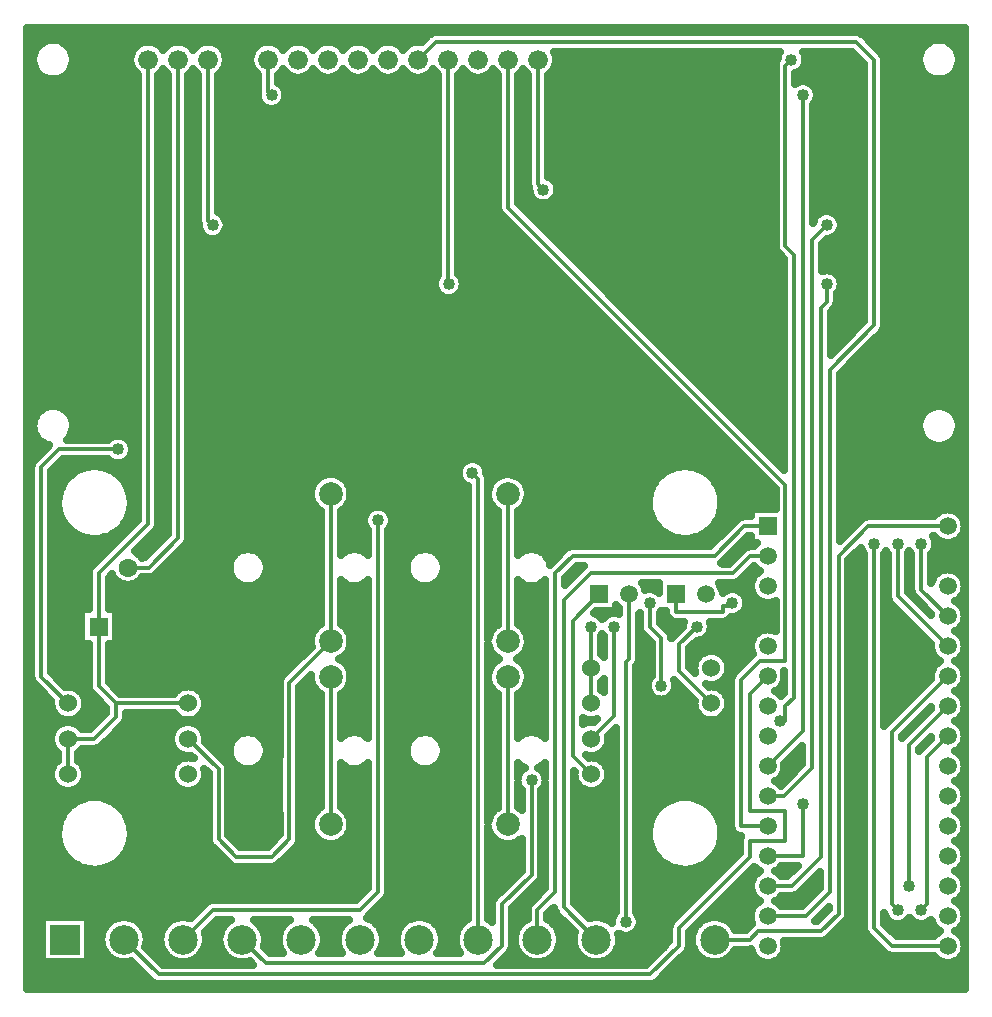
<source format=gbr>
G04 DipTrace 3.2.0.1*
G04 Bottom.gbr*
%MOIN*%
G04 #@! TF.FileFunction,Copper,L2,Bot*
G04 #@! TF.Part,Single*
G04 #@! TA.AperFunction,Conductor*
%ADD14C,0.012992*%
G04 #@! TA.AperFunction,CopperBalancing*
%ADD15C,0.025*%
G04 #@! TA.AperFunction,ComponentPad*
%ADD16C,0.059055*%
%ADD17R,0.059055X0.059055*%
%ADD18R,0.066929X0.066929*%
%ADD19C,0.066*%
%ADD20R,0.098425X0.098425*%
%ADD21C,0.098425*%
%ADD22R,0.062992X0.062992*%
%ADD23C,0.062992*%
%ADD24C,0.06*%
%ADD25C,0.06*%
%ADD26R,0.07874X0.07874*%
%ADD27C,0.07874*%
G04 #@! TA.AperFunction,ViaPad*
%ADD28C,0.04*%
%FSLAX26Y26*%
G04*
G70*
G90*
G75*
G01*
G04 Bottom*
%LPD*%
X1108661Y3503937D2*
D14*
Y2168898D1*
X1220472Y2057087D1*
X2874016Y1648819D2*
X2755906Y1530709D1*
Y1309843D1*
X2686220Y1240157D1*
X1811024Y954724D2*
Y1446850D1*
X1220472Y1564961D2*
Y1446850D1*
Y1564961D2*
X1102364D1*
X1100591Y1563188D1*
X891537D1*
X840551Y1614173D1*
X1220472Y2057087D2*
Y1564961D1*
X2686220Y1122047D2*
X2519685D1*
X2460630Y1062992D1*
Y787402D1*
X2500000Y748031D1*
Y570866D1*
X2686220Y1240157D2*
Y1122047D1*
X1811024Y1564961D2*
Y2057087D1*
Y1446850D2*
Y1564961D1*
X1220472Y1446850D2*
Y954724D1*
X3307087Y669291D2*
X3287402Y688976D1*
Y1262205D1*
X3474016Y1448819D1*
X708661Y2204724D2*
X511811D1*
X452756Y2145669D1*
Y1447638D1*
X542126Y1358268D1*
X2125984Y3070866D2*
X2108661Y3088189D1*
Y3503937D1*
X2286220Y1122047D2*
X2224409Y1183858D1*
Y1633858D1*
X2312205Y1721654D1*
X908661Y3503937D2*
Y1909449D1*
X810236Y1811024D1*
X742126D1*
X1708661Y3503937D2*
X1767717Y3562992D1*
X3169291D1*
X3228346Y3503937D1*
Y2618110D1*
X3080709Y2470472D1*
Y728346D1*
X3001181Y648819D1*
X2874016D1*
X3070866Y2755906D2*
Y2696850D1*
X3051181Y2677165D1*
Y846457D1*
X2953543Y748819D1*
X2874016D1*
X1811024Y2755906D2*
X1808661Y2758268D1*
Y3503937D1*
X2992126Y1023622D2*
Y848819D1*
X2874016D1*
X2913386Y1299213D2*
X2933071D1*
Y1348425D1*
X2962598Y1377953D1*
Y2854331D1*
X2933071Y2883858D1*
Y3484252D1*
X2952756Y3503937D1*
X2874016Y948819D2*
X2785433D1*
Y1437007D1*
X2847244Y1498818D1*
X2933071D1*
Y2086614D1*
X2008661Y3011024D1*
Y3503937D1*
X3070866Y2952756D2*
X3021654Y2903543D1*
Y1141732D1*
X2928740Y1048819D1*
X2874016D1*
X1023622Y2952756D2*
X1008661Y2967717D1*
Y3503937D1*
X2992126Y3385827D2*
Y1266929D1*
X2874016Y1148819D1*
X1220472Y3385827D2*
X1208661Y3397638D1*
Y3503937D1*
X2696850Y570866D2*
X2814962D1*
X2842913Y598818D1*
X3051181D1*
X3110236Y657873D1*
Y1850394D1*
X3208661Y1948819D1*
X3474016D1*
X2874016Y1448819D2*
X2814961Y1389764D1*
Y998818D1*
X2933071D1*
Y898818D1*
X2814961D1*
Y846457D1*
X2578740Y610236D1*
Y551181D1*
X2482224Y454665D1*
X844547D1*
X728346Y570866D1*
X2480315Y1692913D2*
Y1614173D1*
X2519685Y1574803D1*
Y1417323D1*
X1574803Y1968504D2*
Y728346D1*
X1515748Y669291D1*
X1023622D1*
X925197Y570866D1*
X2086614Y1102362D2*
Y787402D1*
X1988189Y688976D1*
Y551181D1*
X1929134Y492126D1*
X1200787D1*
X1122047Y570866D1*
X3385827Y669291D2*
X3405512Y688976D1*
Y1180315D1*
X3474016Y1248819D1*
X3346457Y748031D2*
Y1221260D1*
X3474016Y1348819D1*
X942126Y1240157D2*
X1043307Y1138976D1*
Y905512D1*
X1102362Y846457D1*
X1220472D1*
X1279528Y905512D1*
Y1427165D1*
X1417323Y1564961D1*
Y2057087D1*
X2007874Y1564961D2*
Y2057087D1*
X1417323Y1446850D2*
Y954724D1*
X2686220Y1358268D2*
X2578740Y1465748D1*
Y1555118D1*
X2637795Y1614173D1*
X2007874Y1446850D2*
Y954724D1*
X3307087Y1889764D2*
Y1715748D1*
X3474016Y1548819D1*
X1889764Y2125984D2*
X1909449Y2106299D1*
Y570866D1*
X2106299D2*
Y669293D1*
X2165354Y728348D1*
Y1791339D1*
X2224409Y1850394D1*
X2696850D1*
X2795276Y1948819D1*
X2874016D1*
Y1848819D2*
X2814961D1*
X2757480Y1791339D1*
X2283465D1*
X2194882Y1702756D1*
Y679134D1*
X2303150Y570866D1*
X2362205Y1614173D2*
Y1316142D1*
X2286220Y1240157D1*
X2755906Y1692913D2*
X2746850Y1683858D1*
X2723522D1*
Y1663150D1*
X2568110D1*
Y1721654D1*
X2401575Y629921D2*
Y1496063D1*
X2412205Y1506693D1*
Y1721654D1*
X3228346Y1889764D2*
Y610235D1*
X3289762Y548819D1*
X3474016D1*
X542126Y1122047D2*
Y1240157D1*
X2286220Y1358268D2*
Y1476378D1*
X3385827Y1889764D2*
Y1737008D1*
X3474016Y1648819D1*
X542126Y1240157D2*
X629921D1*
X702756Y1312992D1*
Y1358268D1*
X643701Y1417323D1*
Y1614173D1*
Y1791339D1*
X808661Y1956299D1*
Y3503937D1*
X942126Y1358268D2*
X702756D1*
X2286220Y1476378D2*
Y1611417D1*
X2283465Y1614173D1*
D28*
X3307087Y669291D3*
X708661Y2204724D3*
X2125984Y3070866D3*
X1811024Y2755906D3*
X3070866D3*
X2952756Y3503937D3*
X2913386Y1299213D3*
X2992126Y1023622D3*
X3070866Y2952756D3*
X1023622D3*
X2992126Y3385827D3*
X1220472D3*
X2519685Y1417323D3*
X2480315Y1692913D3*
X1574803Y1968504D3*
X2086614Y1102362D3*
X3385827Y669291D3*
X3346457Y748031D3*
X2637795Y1614173D3*
X3307087Y1889764D3*
X1889764Y2125984D3*
X2362205Y1614173D3*
X2755906Y1692913D3*
X2401575Y629921D3*
X3228346Y1889764D3*
X2283465Y1614173D3*
X3385827Y1889764D3*
X408719Y3584678D2*
D15*
X1740261D1*
X3196740D2*
X3528298D1*
X408719Y3559810D2*
X454745D1*
X529505D2*
X785741D1*
X831577D2*
X885715D1*
X931587D2*
X985724D1*
X1031596D2*
X1185743D1*
X1231579D2*
X1285717D1*
X1331588D2*
X1385726D1*
X1431597D2*
X1485735D1*
X1531606D2*
X1585744D1*
X1631580D2*
X1685717D1*
X3221609D2*
X3407512D1*
X3482272D2*
X3528298D1*
X408719Y3534941D2*
X431529D1*
X552722D2*
X755383D1*
X1061919D2*
X1155385D1*
X3246512D2*
X3384260D1*
X3505488D2*
X3528298D1*
X408719Y3510072D2*
X424066D1*
X560186D2*
X746987D1*
X1070352D2*
X1146988D1*
X2170345D2*
X2904165D1*
X3001352D2*
X3173045D1*
X3263270D2*
X3376795D1*
X3512951D2*
X3528298D1*
X408719Y3485203D2*
X426470D1*
X557782D2*
X749678D1*
X1067625D2*
X1149680D1*
X2167618D2*
X2897598D1*
X2997799D2*
X3192853D1*
X3263844D2*
X3379235D1*
X3510512D2*
X3528298D1*
X408719Y3460335D2*
X440249D1*
X544003D2*
X765682D1*
X851638D2*
X865692D1*
X951647D2*
X965701D1*
X1051619D2*
X1165684D1*
X1251638D2*
X1265693D1*
X1351647D2*
X1365702D1*
X1451621D2*
X1465676D1*
X1551630D2*
X1565685D1*
X1651639D2*
X1665694D1*
X1751648D2*
X1765703D1*
X1851622D2*
X1865676D1*
X1951631D2*
X1965685D1*
X2051640D2*
X2065694D1*
X2151650D2*
X2897598D1*
X2971388D2*
X3192853D1*
X3263844D2*
X3393014D1*
X3496732D2*
X3528298D1*
X408719Y3435466D2*
X773182D1*
X844138D2*
X873156D1*
X944147D2*
X973165D1*
X1044156D2*
X1173184D1*
X1244139D2*
X1773167D1*
X1844157D2*
X1973185D1*
X2044140D2*
X2073159D1*
X2144150D2*
X2897598D1*
X2968552D2*
X3192853D1*
X3263844D2*
X3528298D1*
X408719Y3410597D2*
X773182D1*
X844138D2*
X873156D1*
X944147D2*
X973165D1*
X1044156D2*
X1173184D1*
X1262332D2*
X1773167D1*
X1844157D2*
X1973185D1*
X2044140D2*
X2073159D1*
X2144150D2*
X2897598D1*
X3033970D2*
X3192853D1*
X3263844D2*
X3528298D1*
X408719Y3385728D2*
X773182D1*
X844138D2*
X873156D1*
X944147D2*
X973165D1*
X1044156D2*
X1171497D1*
X1269472D2*
X1773167D1*
X1844157D2*
X1973185D1*
X2044140D2*
X2073159D1*
X2144150D2*
X2897598D1*
X3041110D2*
X3192853D1*
X3263844D2*
X3528298D1*
X408719Y3360860D2*
X773182D1*
X844138D2*
X873156D1*
X944147D2*
X973165D1*
X1044156D2*
X1178745D1*
X1262188D2*
X1773167D1*
X1844157D2*
X1973185D1*
X2044140D2*
X2073159D1*
X2144150D2*
X2897598D1*
X3033862D2*
X3192853D1*
X3263844D2*
X3528298D1*
X408719Y3335991D2*
X773182D1*
X844138D2*
X873156D1*
X944147D2*
X973165D1*
X1044156D2*
X1773167D1*
X1844157D2*
X1973185D1*
X2044140D2*
X2073159D1*
X2144150D2*
X2897598D1*
X3027618D2*
X3192853D1*
X3263844D2*
X3528298D1*
X408719Y3311122D2*
X773182D1*
X844138D2*
X873156D1*
X944147D2*
X973165D1*
X1044156D2*
X1773167D1*
X1844157D2*
X1973185D1*
X2044140D2*
X2073159D1*
X2144150D2*
X2897598D1*
X3027618D2*
X3192853D1*
X3263844D2*
X3528298D1*
X408719Y3286253D2*
X773182D1*
X844138D2*
X873156D1*
X944147D2*
X973165D1*
X1044156D2*
X1773167D1*
X1844157D2*
X1973185D1*
X2044140D2*
X2073159D1*
X2144150D2*
X2897598D1*
X3027618D2*
X3192853D1*
X3263844D2*
X3528298D1*
X408719Y3261385D2*
X773182D1*
X844138D2*
X873156D1*
X944147D2*
X973165D1*
X1044156D2*
X1773167D1*
X1844157D2*
X1973185D1*
X2044140D2*
X2073159D1*
X2144150D2*
X2897598D1*
X3027618D2*
X3192853D1*
X3263844D2*
X3528298D1*
X408719Y3236516D2*
X773182D1*
X844138D2*
X873156D1*
X944147D2*
X973165D1*
X1044156D2*
X1773167D1*
X1844157D2*
X1973185D1*
X2044140D2*
X2073159D1*
X2144150D2*
X2897598D1*
X3027618D2*
X3192853D1*
X3263844D2*
X3528298D1*
X408719Y3211647D2*
X773182D1*
X844138D2*
X873156D1*
X944147D2*
X973165D1*
X1044156D2*
X1773167D1*
X1844157D2*
X1973185D1*
X2044140D2*
X2073159D1*
X2144150D2*
X2897598D1*
X3027618D2*
X3192853D1*
X3263844D2*
X3528298D1*
X408719Y3186778D2*
X773182D1*
X844138D2*
X873156D1*
X944147D2*
X973165D1*
X1044156D2*
X1773167D1*
X1844157D2*
X1973185D1*
X2044140D2*
X2073159D1*
X2144150D2*
X2897598D1*
X3027618D2*
X3192853D1*
X3263844D2*
X3528298D1*
X408719Y3161909D2*
X773182D1*
X844138D2*
X873156D1*
X944147D2*
X973165D1*
X1044156D2*
X1773167D1*
X1844157D2*
X1973185D1*
X2044140D2*
X2073159D1*
X2144150D2*
X2897598D1*
X3027618D2*
X3192853D1*
X3263844D2*
X3528298D1*
X408719Y3137041D2*
X773182D1*
X844138D2*
X873156D1*
X944147D2*
X973165D1*
X1044156D2*
X1773167D1*
X1844157D2*
X1973185D1*
X2044140D2*
X2073159D1*
X2144150D2*
X2897598D1*
X3027618D2*
X3192853D1*
X3263844D2*
X3528298D1*
X408719Y3112172D2*
X773182D1*
X844138D2*
X873156D1*
X944147D2*
X973165D1*
X1044156D2*
X1773167D1*
X1844157D2*
X1973185D1*
X2044140D2*
X2073159D1*
X2149819D2*
X2897598D1*
X3027618D2*
X3192853D1*
X3263844D2*
X3528298D1*
X408719Y3087303D2*
X773182D1*
X844138D2*
X873156D1*
X944147D2*
X973165D1*
X1044156D2*
X1773167D1*
X1844157D2*
X1973185D1*
X2044140D2*
X2073194D1*
X2171961D2*
X2897598D1*
X3027618D2*
X3192853D1*
X3263844D2*
X3528298D1*
X408719Y3062434D2*
X773182D1*
X844138D2*
X873156D1*
X944147D2*
X973165D1*
X1044156D2*
X1773167D1*
X1844157D2*
X1973185D1*
X2044140D2*
X2077752D1*
X2174220D2*
X2897598D1*
X3027618D2*
X3192853D1*
X3263844D2*
X3528298D1*
X408719Y3037566D2*
X773182D1*
X844138D2*
X873156D1*
X944147D2*
X973165D1*
X1044156D2*
X1773167D1*
X1844157D2*
X1973185D1*
X2044140D2*
X2091029D1*
X2160944D2*
X2897598D1*
X3027618D2*
X3192853D1*
X3263844D2*
X3528298D1*
X408719Y3012697D2*
X773182D1*
X844138D2*
X873156D1*
X944147D2*
X973165D1*
X1044156D2*
X1773167D1*
X1844157D2*
X1973185D1*
X2056126D2*
X2897598D1*
X3027618D2*
X3192853D1*
X3263844D2*
X3528298D1*
X408719Y2987828D2*
X773182D1*
X844138D2*
X873156D1*
X944147D2*
X973165D1*
X1056643D2*
X1773167D1*
X1844157D2*
X1982694D1*
X2080993D2*
X2897598D1*
X3027618D2*
X3037816D1*
X3103873D2*
X3192853D1*
X3263844D2*
X3528298D1*
X408719Y2962959D2*
X773182D1*
X844138D2*
X873156D1*
X944147D2*
X973524D1*
X1071463D2*
X1773167D1*
X1844157D2*
X2007563D1*
X2105861D2*
X2897598D1*
X3118728D2*
X3192853D1*
X3263844D2*
X3528298D1*
X408719Y2938091D2*
X773182D1*
X844138D2*
X873156D1*
X944147D2*
X977004D1*
X1070244D2*
X1773167D1*
X1844157D2*
X2032430D1*
X2130730D2*
X2897598D1*
X3117472D2*
X3192853D1*
X3263844D2*
X3528298D1*
X408719Y2913222D2*
X773182D1*
X844138D2*
X873156D1*
X944147D2*
X996669D1*
X1050579D2*
X1773167D1*
X1844157D2*
X2057298D1*
X2155633D2*
X2897598D1*
X3097844D2*
X3192853D1*
X3263844D2*
X3528298D1*
X408719Y2888353D2*
X773182D1*
X844138D2*
X873156D1*
X944147D2*
X1773167D1*
X1844157D2*
X2082165D1*
X2180500D2*
X2897598D1*
X3057151D2*
X3192853D1*
X3263844D2*
X3528298D1*
X408719Y2863484D2*
X773182D1*
X844138D2*
X873156D1*
X944147D2*
X1773167D1*
X1844157D2*
X2107033D1*
X2205369D2*
X2904631D1*
X3057151D2*
X3192853D1*
X3263844D2*
X3528298D1*
X408719Y2838615D2*
X773182D1*
X844138D2*
X873156D1*
X944147D2*
X1773167D1*
X1844157D2*
X2131902D1*
X2230236D2*
X2927094D1*
X3057151D2*
X3192853D1*
X3263844D2*
X3528298D1*
X408719Y2813747D2*
X773182D1*
X844138D2*
X873156D1*
X944147D2*
X1773167D1*
X1844157D2*
X2156769D1*
X2255104D2*
X2927094D1*
X3057151D2*
X3192853D1*
X3263844D2*
X3528298D1*
X408719Y2788878D2*
X773182D1*
X844138D2*
X873156D1*
X944147D2*
X1773167D1*
X1846311D2*
X2181672D1*
X2279971D2*
X2927094D1*
X3106133D2*
X3192853D1*
X3263844D2*
X3528298D1*
X408719Y2764009D2*
X773182D1*
X844138D2*
X873156D1*
X944147D2*
X1762761D1*
X1859301D2*
X2206541D1*
X2304839D2*
X2927094D1*
X3119159D2*
X3192853D1*
X3263844D2*
X3528298D1*
X408719Y2739140D2*
X773182D1*
X844138D2*
X873156D1*
X944147D2*
X1765165D1*
X1856896D2*
X2231408D1*
X2329707D2*
X2927094D1*
X3116719D2*
X3192853D1*
X3263844D2*
X3528298D1*
X408719Y2714272D2*
X773182D1*
X844138D2*
X873156D1*
X944147D2*
X1787844D1*
X1834218D2*
X2256276D1*
X2354575D2*
X2927094D1*
X3106348D2*
X3192853D1*
X3263844D2*
X3528298D1*
X408719Y2689403D2*
X773182D1*
X844138D2*
X873156D1*
X944147D2*
X2281143D1*
X2379442D2*
X2927094D1*
X3105487D2*
X3192853D1*
X3263844D2*
X3528298D1*
X408719Y2664534D2*
X773182D1*
X844138D2*
X873156D1*
X944147D2*
X2306012D1*
X2404310D2*
X2927094D1*
X3087689D2*
X3192853D1*
X3263844D2*
X3528298D1*
X408719Y2639665D2*
X773182D1*
X844138D2*
X873156D1*
X944147D2*
X2330879D1*
X2429178D2*
X2927094D1*
X3086684D2*
X3192853D1*
X3263844D2*
X3528298D1*
X408719Y2614797D2*
X773182D1*
X844138D2*
X873156D1*
X944147D2*
X2355747D1*
X2454046D2*
X2927094D1*
X3086684D2*
X3175879D1*
X3263664D2*
X3528298D1*
X408719Y2589928D2*
X773182D1*
X844138D2*
X873156D1*
X944147D2*
X2380614D1*
X2478913D2*
X2927094D1*
X3086684D2*
X3151012D1*
X3249311D2*
X3528298D1*
X408719Y2565059D2*
X773182D1*
X844138D2*
X873156D1*
X944147D2*
X2405482D1*
X2503781D2*
X2927094D1*
X3086684D2*
X3126144D1*
X3224444D2*
X3528298D1*
X408719Y2540190D2*
X773182D1*
X844138D2*
X873156D1*
X944147D2*
X2430350D1*
X2528648D2*
X2927094D1*
X3086684D2*
X3101277D1*
X3199575D2*
X3528298D1*
X408719Y2515322D2*
X773182D1*
X844138D2*
X873156D1*
X944147D2*
X2455218D1*
X2553517D2*
X2927094D1*
X3174707D2*
X3528298D1*
X408719Y2490453D2*
X773182D1*
X844138D2*
X873156D1*
X944147D2*
X2480085D1*
X2578385D2*
X2927094D1*
X3149840D2*
X3528298D1*
X408719Y2465584D2*
X773182D1*
X844138D2*
X873156D1*
X944147D2*
X2504953D1*
X2603252D2*
X2927094D1*
X3124972D2*
X3528298D1*
X408719Y2440715D2*
X773182D1*
X844138D2*
X873156D1*
X944147D2*
X2529822D1*
X2628119D2*
X2927094D1*
X3116181D2*
X3528298D1*
X408719Y2415846D2*
X773182D1*
X844138D2*
X873156D1*
X944147D2*
X2554689D1*
X2652987D2*
X2927094D1*
X3116181D2*
X3528298D1*
X408719Y2390978D2*
X773182D1*
X844138D2*
X873156D1*
X944147D2*
X2579556D1*
X2677856D2*
X2927094D1*
X3116181D2*
X3528298D1*
X408719Y2366109D2*
X773182D1*
X844138D2*
X873156D1*
X944147D2*
X2604424D1*
X2702723D2*
X2927094D1*
X3116181D2*
X3528298D1*
X408719Y2341240D2*
X458012D1*
X526239D2*
X773182D1*
X844138D2*
X873156D1*
X944147D2*
X2629291D1*
X2727591D2*
X2927094D1*
X3116181D2*
X3410778D1*
X3479005D2*
X3528298D1*
X408719Y2316371D2*
X432570D1*
X551681D2*
X773182D1*
X844138D2*
X873156D1*
X944147D2*
X2654160D1*
X2752458D2*
X2927094D1*
X3116181D2*
X3385336D1*
X3504448D2*
X3528298D1*
X408719Y2291503D2*
X424244D1*
X560007D2*
X773182D1*
X844138D2*
X873156D1*
X944147D2*
X2679028D1*
X2777327D2*
X2927094D1*
X3116181D2*
X3377010D1*
X3512736D2*
X3528298D1*
X408719Y2266634D2*
X425967D1*
X558283D2*
X773182D1*
X844138D2*
X873156D1*
X944147D2*
X2703895D1*
X2802194D2*
X2927094D1*
X3116181D2*
X3378697D1*
X3511050D2*
X3528298D1*
X408719Y2241765D2*
X438634D1*
X545617D2*
X678054D1*
X739248D2*
X773182D1*
X844138D2*
X873156D1*
X944147D2*
X2728762D1*
X2827062D2*
X2927094D1*
X3116181D2*
X3391400D1*
X3498348D2*
X3528298D1*
X408719Y2216896D2*
X474841D1*
X756042D2*
X773182D1*
X844138D2*
X873156D1*
X944147D2*
X2753630D1*
X2851929D2*
X2927094D1*
X3116181D2*
X3528298D1*
X408719Y2192028D2*
X449974D1*
X755898D2*
X773182D1*
X844138D2*
X873156D1*
X944147D2*
X2778499D1*
X2876797D2*
X2927094D1*
X3116181D2*
X3528298D1*
X408719Y2167159D2*
X425214D1*
X523404D2*
X678772D1*
X738566D2*
X773182D1*
X844138D2*
X873156D1*
X944147D2*
X1865676D1*
X1913845D2*
X2803366D1*
X2901665D2*
X2927094D1*
X3116181D2*
X3528298D1*
X408719Y2142290D2*
X417234D1*
X498537D2*
X589312D1*
X670530D2*
X773182D1*
X844138D2*
X873156D1*
X944147D2*
X1843715D1*
X1935806D2*
X2557811D1*
X2639064D2*
X2828234D1*
X3116181D2*
X3528298D1*
X408719Y2117421D2*
X417234D1*
X488238D2*
X546538D1*
X713303D2*
X773182D1*
X844138D2*
X873156D1*
X944147D2*
X1388417D1*
X1446239D2*
X1841562D1*
X1943018D2*
X1978963D1*
X2036785D2*
X2515037D1*
X2681803D2*
X2853101D1*
X3116181D2*
X3528298D1*
X408719Y2092552D2*
X417234D1*
X488238D2*
X525474D1*
X734367D2*
X773182D1*
X844138D2*
X873156D1*
X944147D2*
X1359315D1*
X1475304D2*
X1854948D1*
X2065886D2*
X2493972D1*
X2702866D2*
X2877970D1*
X3116181D2*
X3528298D1*
X408719Y2067684D2*
X417234D1*
X488238D2*
X513381D1*
X746461D2*
X773182D1*
X844138D2*
X873156D1*
X944147D2*
X1349806D1*
X1484814D2*
X1873966D1*
X2075395D2*
X2481879D1*
X2714959D2*
X2897598D1*
X3116181D2*
X3528298D1*
X408719Y2042815D2*
X417234D1*
X488238D2*
X507496D1*
X752345D2*
X773182D1*
X844138D2*
X873156D1*
X944147D2*
X1350524D1*
X1484133D2*
X1873966D1*
X2074678D2*
X2475995D1*
X2720845D2*
X2897598D1*
X3116181D2*
X3528298D1*
X408719Y2017946D2*
X417234D1*
X488238D2*
X506921D1*
X752920D2*
X773182D1*
X844138D2*
X873156D1*
X944147D2*
X1361862D1*
X1472793D2*
X1873966D1*
X2063339D2*
X2475420D1*
X2721454D2*
X2897598D1*
X3116181D2*
X3528298D1*
X408719Y1993077D2*
X417234D1*
X488238D2*
X511551D1*
X748291D2*
X773182D1*
X844138D2*
X873156D1*
X944147D2*
X1381850D1*
X1452804D2*
X1532850D1*
X1616760D2*
X1873966D1*
X1944921D2*
X1972396D1*
X2043352D2*
X2480050D1*
X2716790D2*
X2815495D1*
X3116181D2*
X3437189D1*
X3510871D2*
X3528298D1*
X408719Y1968209D2*
X417234D1*
X488238D2*
X522101D1*
X737741D2*
X771424D1*
X844138D2*
X873156D1*
X944147D2*
X1381850D1*
X1452804D2*
X1525818D1*
X1623793D2*
X1873966D1*
X1944921D2*
X1972396D1*
X2043352D2*
X2490600D1*
X2706240D2*
X2765508D1*
X3116181D2*
X3178894D1*
X408719Y1943340D2*
X417234D1*
X488238D2*
X540689D1*
X719152D2*
X746556D1*
X841482D2*
X873156D1*
X944147D2*
X1381850D1*
X1452804D2*
X1533210D1*
X1616402D2*
X1873966D1*
X1944921D2*
X1972396D1*
X2043352D2*
X2509188D1*
X2687652D2*
X2740640D1*
X3116181D2*
X3154026D1*
X408719Y1918471D2*
X417234D1*
X488238D2*
X575316D1*
X684525D2*
X721689D1*
X819987D2*
X868526D1*
X944147D2*
X1381850D1*
X1452804D2*
X1539310D1*
X1610301D2*
X1873966D1*
X1944921D2*
X1972396D1*
X2043352D2*
X2543816D1*
X2653059D2*
X2715773D1*
X3116181D2*
X3129159D1*
X408719Y1893602D2*
X417234D1*
X488238D2*
X696820D1*
X795119D2*
X843659D1*
X940092D2*
X1381850D1*
X1452804D2*
X1539310D1*
X1610301D2*
X1873966D1*
X1944921D2*
X1972396D1*
X2043352D2*
X2690906D1*
X2789203D2*
X2815495D1*
X3434652D2*
X3462056D1*
X3485967D2*
X3528298D1*
X408719Y1868734D2*
X417234D1*
X488238D2*
X671953D1*
X770252D2*
X818791D1*
X917091D2*
X1116773D1*
X1166701D2*
X1381850D1*
X1452804D2*
X1471094D1*
X1521021D2*
X1539310D1*
X1610301D2*
X1707319D1*
X1757247D2*
X1873966D1*
X1944921D2*
X1972396D1*
X2043352D2*
X2061640D1*
X2111567D2*
X2193587D1*
X2764336D2*
X2785711D1*
X3429808D2*
X3528298D1*
X408719Y1843865D2*
X417234D1*
X488238D2*
X647085D1*
X892222D2*
X1086739D1*
X1196735D2*
X1381850D1*
X1610301D2*
X1677285D1*
X1787282D2*
X1873966D1*
X1944921D2*
X1972396D1*
X2141602D2*
X2168718D1*
X2739469D2*
X2760844D1*
X3152854D2*
X3192853D1*
X3263844D2*
X3271583D1*
X3342573D2*
X3350331D1*
X3421304D2*
X3528298D1*
X408719Y1818996D2*
X417234D1*
X488238D2*
X622218D1*
X867354D2*
X1077839D1*
X1205635D2*
X1381850D1*
X1610301D2*
X1668385D1*
X1796181D2*
X1873966D1*
X1944921D2*
X1972396D1*
X3145714D2*
X3192853D1*
X3263844D2*
X3271583D1*
X3342573D2*
X3350331D1*
X3421304D2*
X3528298D1*
X408719Y1794127D2*
X417234D1*
X488238D2*
X608331D1*
X842487D2*
X1079669D1*
X1203804D2*
X1381850D1*
X1610301D2*
X1670215D1*
X1794350D2*
X1873966D1*
X1944921D2*
X1972396D1*
X2217282D2*
X2237114D1*
X2809407D2*
X2838568D1*
X3145714D2*
X3192853D1*
X3263844D2*
X3271583D1*
X3342573D2*
X3350331D1*
X3421304D2*
X3438588D1*
X3509471D2*
X3528298D1*
X408719Y1769259D2*
X417234D1*
X488238D2*
X608223D1*
X679178D2*
X699404D1*
X784857D2*
X1093521D1*
X1189953D2*
X1381850D1*
X1610301D2*
X1684067D1*
X1780500D2*
X1873966D1*
X1944921D2*
X1972396D1*
X2200846D2*
X2212211D1*
X2784539D2*
X2819370D1*
X3145714D2*
X3192853D1*
X3263844D2*
X3271583D1*
X3342573D2*
X3350331D1*
X408719Y1744390D2*
X417234D1*
X488238D2*
X608223D1*
X679178D2*
X1381850D1*
X1452804D2*
X1539310D1*
X1610301D2*
X1873966D1*
X1944921D2*
X1972396D1*
X2043352D2*
X2129856D1*
X2465887D2*
X2509583D1*
X2721814D2*
X2815675D1*
X3145714D2*
X3192853D1*
X3263844D2*
X3271583D1*
X3342573D2*
X3350331D1*
X408719Y1719521D2*
X417234D1*
X488238D2*
X608223D1*
X679178D2*
X1381850D1*
X1452804D2*
X1539310D1*
X1610301D2*
X1873966D1*
X1944921D2*
X1972396D1*
X2043352D2*
X2129856D1*
X2796524D2*
X2823785D1*
X3145714D2*
X3192853D1*
X3263844D2*
X3271583D1*
X408719Y1694652D2*
X417234D1*
X488238D2*
X608223D1*
X679178D2*
X1381850D1*
X1452804D2*
X1539310D1*
X1610301D2*
X1873966D1*
X1944921D2*
X1972396D1*
X2043352D2*
X2129856D1*
X2804849D2*
X2857228D1*
X3145714D2*
X3192853D1*
X3263844D2*
X3279226D1*
X3508718D2*
X3528298D1*
X408719Y1669783D2*
X417234D1*
X488238D2*
X583211D1*
X704189D2*
X1381850D1*
X1452804D2*
X1539310D1*
X1610301D2*
X1873966D1*
X1944921D2*
X1972396D1*
X2043352D2*
X2129856D1*
X2798749D2*
X2897598D1*
X3145714D2*
X3192853D1*
X3263844D2*
X3303915D1*
X408719Y1644915D2*
X417234D1*
X488238D2*
X583211D1*
X704189D2*
X1381850D1*
X1452804D2*
X1539310D1*
X1610301D2*
X1873966D1*
X1944921D2*
X1972396D1*
X2043352D2*
X2129856D1*
X2515802D2*
X2538110D1*
X2753499D2*
X2897598D1*
X3145714D2*
X3192853D1*
X3263844D2*
X3328782D1*
X408719Y1620046D2*
X417234D1*
X488238D2*
X583211D1*
X704189D2*
X1378728D1*
X1455927D2*
X1539310D1*
X1610301D2*
X1873966D1*
X1944921D2*
X1969274D1*
X2046472D2*
X2129856D1*
X2523589D2*
X2589173D1*
X2686432D2*
X2897598D1*
X3145714D2*
X3192853D1*
X3263844D2*
X3353650D1*
X408719Y1595177D2*
X417234D1*
X488238D2*
X583211D1*
X704189D2*
X1356301D1*
X1478354D2*
X1539310D1*
X1610301D2*
X1873966D1*
X2068900D2*
X2129856D1*
X2548134D2*
X2569652D1*
X2682735D2*
X2840076D1*
X3145714D2*
X3192853D1*
X3263844D2*
X3378518D1*
X3507965D2*
X3528298D1*
X408719Y1570308D2*
X417234D1*
X488238D2*
X583211D1*
X704189D2*
X1349196D1*
X1485459D2*
X1539310D1*
X1610301D2*
X1873966D1*
X2076005D2*
X2129856D1*
X2447694D2*
X2475026D1*
X2655715D2*
X2819765D1*
X3145714D2*
X3192853D1*
X3263844D2*
X3403386D1*
X408719Y1545440D2*
X417234D1*
X488238D2*
X608223D1*
X679178D2*
X1348657D1*
X1482732D2*
X1539310D1*
X1610301D2*
X1873966D1*
X2073278D2*
X2129856D1*
X2447694D2*
X2484213D1*
X2618215D2*
X2815602D1*
X3145714D2*
X3192853D1*
X3263844D2*
X3415587D1*
X408719Y1520571D2*
X417234D1*
X488238D2*
X608223D1*
X679178D2*
X1323789D1*
X1468487D2*
X1539310D1*
X1610301D2*
X1873966D1*
X1944921D2*
X1956714D1*
X2059033D2*
X2129856D1*
X2447694D2*
X2484213D1*
X2614232D2*
X2648526D1*
X2723895D2*
X2819837D1*
X3145714D2*
X3192853D1*
X3263844D2*
X3423122D1*
X408719Y1495702D2*
X417234D1*
X488238D2*
X608223D1*
X679178D2*
X1298921D1*
X1464001D2*
X1539310D1*
X1610301D2*
X1873966D1*
X1944921D2*
X1961199D1*
X2054547D2*
X2129856D1*
X2445793D2*
X2484213D1*
X2614232D2*
X2630619D1*
X2741801D2*
X2794969D1*
X3145714D2*
X3192853D1*
X3263844D2*
X3440849D1*
X3507175D2*
X3528298D1*
X408719Y1470833D2*
X417234D1*
X488238D2*
X608223D1*
X679178D2*
X1274054D1*
X1481154D2*
X1539310D1*
X1610301D2*
X1873966D1*
X2071699D2*
X2129856D1*
X2437072D2*
X2484213D1*
X2744923D2*
X2770101D1*
X3145714D2*
X3192853D1*
X3263844D2*
X3420000D1*
X408719Y1445965D2*
X417306D1*
X503597D2*
X608223D1*
X679178D2*
X1249904D1*
X1485675D2*
X1539310D1*
X1610301D2*
X1873966D1*
X2076220D2*
X2129856D1*
X2437072D2*
X2480552D1*
X2736311D2*
X2751190D1*
X3145714D2*
X3192853D1*
X3263844D2*
X3415587D1*
X408719Y1421096D2*
X430130D1*
X528465D2*
X608223D1*
X689081D2*
X1244055D1*
X1322617D2*
X1354219D1*
X1480436D2*
X1539310D1*
X1610301D2*
X1873966D1*
X2070982D2*
X2129856D1*
X2437072D2*
X2470864D1*
X2700354D2*
X2749934D1*
X3145714D2*
X3192853D1*
X3263844D2*
X3397142D1*
X408719Y1396227D2*
X454997D1*
X586453D2*
X615831D1*
X713950D2*
X897772D1*
X986454D2*
X1244055D1*
X1315009D2*
X1372699D1*
X1461955D2*
X1539310D1*
X1610301D2*
X1873966D1*
X1944921D2*
X1963245D1*
X2052501D2*
X2129856D1*
X2437072D2*
X2475743D1*
X2563600D2*
X2599113D1*
X2730570D2*
X2749934D1*
X2906366D2*
X2927094D1*
X3145714D2*
X3192853D1*
X3263844D2*
X3372274D1*
X3506349D2*
X3528298D1*
X408719Y1371358D2*
X479900D1*
X599587D2*
X640518D1*
X999588D2*
X1244055D1*
X1315009D2*
X1381850D1*
X1452804D2*
X1539310D1*
X1610301D2*
X1873966D1*
X1944921D2*
X1972396D1*
X2043352D2*
X2129856D1*
X2437072D2*
X2510192D1*
X2529198D2*
X2623982D1*
X3145714D2*
X3192853D1*
X3263844D2*
X3347407D1*
X408719Y1346490D2*
X484386D1*
X599874D2*
X665386D1*
X999875D2*
X1244055D1*
X1315009D2*
X1381850D1*
X1452804D2*
X1539310D1*
X1610301D2*
X1873966D1*
X1944921D2*
X1972396D1*
X2043352D2*
X2129856D1*
X2437072D2*
X2628466D1*
X3145714D2*
X3192853D1*
X3263844D2*
X3322538D1*
X408719Y1321621D2*
X496623D1*
X587601D2*
X662228D1*
X738243D2*
X896623D1*
X987602D2*
X1244055D1*
X1315009D2*
X1381850D1*
X1452804D2*
X1539310D1*
X1610301D2*
X1873966D1*
X1944921D2*
X1972396D1*
X2043352D2*
X2129856D1*
X2437072D2*
X2640739D1*
X2731718D2*
X2749934D1*
X3145714D2*
X3192853D1*
X3263844D2*
X3297671D1*
X408719Y1296752D2*
X637361D1*
X733972D2*
X1244055D1*
X1315009D2*
X1381850D1*
X1452804D2*
X1539310D1*
X1610301D2*
X1873966D1*
X1944921D2*
X1972396D1*
X2043352D2*
X2129856D1*
X2259912D2*
X2293667D1*
X2437072D2*
X2749934D1*
X3145714D2*
X3192853D1*
X3263844D2*
X3272803D1*
X3505524D2*
X3528298D1*
X408719Y1271883D2*
X492891D1*
X710791D2*
X892892D1*
X991370D2*
X1244055D1*
X1315009D2*
X1381850D1*
X1452804D2*
X1539310D1*
X1610301D2*
X1873966D1*
X1944921D2*
X1972396D1*
X2043352D2*
X2129856D1*
X2437072D2*
X2749934D1*
X3145714D2*
X3192853D1*
X408719Y1247014D2*
X483562D1*
X685924D2*
X883562D1*
X1000701D2*
X1098042D1*
X1185432D2*
X1244055D1*
X1315009D2*
X1381850D1*
X1610301D2*
X1688588D1*
X1775978D2*
X1873966D1*
X1944921D2*
X1972396D1*
X2344778D2*
X2366081D1*
X2437072D2*
X2749934D1*
X3145714D2*
X3192853D1*
X408719Y1222146D2*
X486073D1*
X661056D2*
X886073D1*
X1009277D2*
X1081105D1*
X1202369D2*
X1244055D1*
X1315009D2*
X1381850D1*
X1610301D2*
X1671651D1*
X1792915D2*
X1873966D1*
X1944921D2*
X1972396D1*
X2342266D2*
X2366081D1*
X2437072D2*
X2749934D1*
X3145714D2*
X3192853D1*
X408719Y1197277D2*
X502831D1*
X581394D2*
X902832D1*
X1034144D2*
X1077408D1*
X1206066D2*
X1244055D1*
X1315009D2*
X1381850D1*
X1610301D2*
X1667954D1*
X1796612D2*
X1873966D1*
X1944921D2*
X1972396D1*
X2325508D2*
X2366081D1*
X2437072D2*
X2749934D1*
X2971639D2*
X2986160D1*
X3145714D2*
X3192853D1*
X3504627D2*
X3528298D1*
X408719Y1172408D2*
X506635D1*
X577626D2*
X914028D1*
X1059012D2*
X1084190D1*
X1199283D2*
X1244055D1*
X1315009D2*
X1381850D1*
X1610301D2*
X1674736D1*
X1789829D2*
X1873966D1*
X1944921D2*
X1972396D1*
X2314312D2*
X2366081D1*
X2437072D2*
X2749934D1*
X2946772D2*
X2986160D1*
X3145714D2*
X3192853D1*
X408719Y1147539D2*
X489194D1*
X595029D2*
X889196D1*
X1077672D2*
X1107623D1*
X1175850D2*
X1244055D1*
X1315009D2*
X1381850D1*
X1452804D2*
X1461944D1*
X1530172D2*
X1539329D1*
X1610301D2*
X1698169D1*
X1766396D2*
X1873966D1*
X1944921D2*
X1972396D1*
X2043352D2*
X2052490D1*
X2120718D2*
X2129885D1*
X2339144D2*
X2366081D1*
X2437072D2*
X2749934D1*
X2932525D2*
X2978302D1*
X3145714D2*
X3192853D1*
X408719Y1122671D2*
X483130D1*
X601130D2*
X883131D1*
X1078785D2*
X1244055D1*
X1315009D2*
X1381850D1*
X1452804D2*
X1539310D1*
X1610301D2*
X1873966D1*
X1944921D2*
X1972396D1*
X2345209D2*
X2366081D1*
X2437072D2*
X2749934D1*
X2926066D2*
X2953433D1*
X3145714D2*
X3192853D1*
X408719Y1097802D2*
X488585D1*
X595639D2*
X888585D1*
X995640D2*
X1007829D1*
X1078785D2*
X1244055D1*
X1315009D2*
X1381850D1*
X1452804D2*
X1539310D1*
X1610301D2*
X1873966D1*
X1944921D2*
X1972396D1*
X2339755D2*
X2366081D1*
X2437072D2*
X2749934D1*
X2903710D2*
X2928566D1*
X3145714D2*
X3192853D1*
X3503694D2*
X3528298D1*
X408719Y1072933D2*
X511730D1*
X572530D2*
X911696D1*
X972531D2*
X1007829D1*
X1078785D2*
X1244055D1*
X1315009D2*
X1381850D1*
X1452804D2*
X1539310D1*
X1610301D2*
X1873966D1*
X1944921D2*
X1972396D1*
X2230379D2*
X2255810D1*
X2316646D2*
X2366081D1*
X2437072D2*
X2749934D1*
X3145714D2*
X3192853D1*
X408719Y1048064D2*
X1007829D1*
X1078785D2*
X1244055D1*
X1315009D2*
X1381850D1*
X1452804D2*
X1539310D1*
X1610301D2*
X1873966D1*
X1944921D2*
X1972396D1*
X2043352D2*
X2051126D1*
X2122117D2*
X2129857D1*
X2230379D2*
X2366081D1*
X2437072D2*
X2749934D1*
X3145714D2*
X3192853D1*
X408719Y1023196D2*
X556621D1*
X703220D2*
X1007829D1*
X1078785D2*
X1244055D1*
X1315009D2*
X1381850D1*
X1452804D2*
X1539310D1*
X1610301D2*
X1873966D1*
X1944921D2*
X1972396D1*
X2043352D2*
X2051126D1*
X2122117D2*
X2129857D1*
X2230379D2*
X2366081D1*
X2437072D2*
X2525119D1*
X2671719D2*
X2749934D1*
X3145714D2*
X3192853D1*
X408719Y998327D2*
X531143D1*
X728698D2*
X1007829D1*
X1078785D2*
X1244055D1*
X1315009D2*
X1365451D1*
X1469168D2*
X1539310D1*
X1610301D2*
X1873966D1*
X1944921D2*
X1956035D1*
X2122117D2*
X2129857D1*
X2230379D2*
X2366081D1*
X2437072D2*
X2499642D1*
X2697197D2*
X2749934D1*
X3145714D2*
X3192853D1*
X3502724D2*
X3528298D1*
X408719Y973458D2*
X516575D1*
X743266D2*
X1007829D1*
X1078785D2*
X1244055D1*
X1315009D2*
X1351672D1*
X1482948D2*
X1539310D1*
X1610301D2*
X1873966D1*
X2122117D2*
X2129857D1*
X2230379D2*
X2366081D1*
X2437072D2*
X2485073D1*
X2711766D2*
X2749934D1*
X3145714D2*
X3192853D1*
X408719Y948589D2*
X508824D1*
X751018D2*
X1007829D1*
X1078785D2*
X1244055D1*
X1315009D2*
X1349231D1*
X1485388D2*
X1539310D1*
X1610301D2*
X1873966D1*
X2122117D2*
X2129857D1*
X2230379D2*
X2366081D1*
X2437072D2*
X2477323D1*
X2719552D2*
X2749934D1*
X3145714D2*
X3192853D1*
X408719Y923720D2*
X506528D1*
X753315D2*
X1007829D1*
X1078785D2*
X1244055D1*
X1315009D2*
X1356731D1*
X1477924D2*
X1539310D1*
X1610301D2*
X1873966D1*
X2122117D2*
X2129857D1*
X2230379D2*
X2366081D1*
X2437072D2*
X2475026D1*
X2721814D2*
X2761525D1*
X3145714D2*
X3192853D1*
X408719Y898852D2*
X509433D1*
X750408D2*
X1008510D1*
X1099130D2*
X1223709D1*
X1314328D2*
X1379948D1*
X1454707D2*
X1539310D1*
X1610301D2*
X1873966D1*
X1944921D2*
X1970493D1*
X2122117D2*
X2129857D1*
X2230379D2*
X2366081D1*
X2437072D2*
X2477932D1*
X2718907D2*
X2779467D1*
X3145714D2*
X3192853D1*
X3501828D2*
X3528298D1*
X408719Y873983D2*
X517902D1*
X741940D2*
X1025699D1*
X1297139D2*
X1539310D1*
X1610301D2*
X1873966D1*
X1944921D2*
X2051126D1*
X2122117D2*
X2129857D1*
X2230379D2*
X2366081D1*
X2437072D2*
X2486402D1*
X2710438D2*
X2779467D1*
X3145714D2*
X3192853D1*
X408719Y849114D2*
X533476D1*
X726366D2*
X1050567D1*
X1272272D2*
X1539310D1*
X1610301D2*
X1873966D1*
X1944921D2*
X2051126D1*
X2122117D2*
X2129857D1*
X2230379D2*
X2366081D1*
X2437072D2*
X2501975D1*
X2694900D2*
X2768450D1*
X3145714D2*
X3192853D1*
X408719Y824245D2*
X560891D1*
X698950D2*
X1075434D1*
X1247404D2*
X1539310D1*
X1610301D2*
X1873966D1*
X1944921D2*
X2051126D1*
X2122117D2*
X2129857D1*
X2230379D2*
X2366081D1*
X2437072D2*
X2529390D1*
X2667449D2*
X2743583D1*
X3145714D2*
X3192853D1*
X408719Y799377D2*
X1539310D1*
X1610301D2*
X1873966D1*
X1944921D2*
X2049440D1*
X2122117D2*
X2129857D1*
X2230379D2*
X2366081D1*
X2437072D2*
X2718715D1*
X2817050D2*
X2845171D1*
X2902849D2*
X2954941D1*
X3145714D2*
X3192853D1*
X3502869D2*
X3528298D1*
X408719Y774508D2*
X1539310D1*
X1610301D2*
X1873966D1*
X1944921D2*
X2024572D1*
X2119462D2*
X2129877D1*
X2230379D2*
X2366081D1*
X2437072D2*
X2693848D1*
X2792147D2*
X2821739D1*
X3028371D2*
X3045226D1*
X3145714D2*
X3192853D1*
X408719Y749639D2*
X1539310D1*
X1610301D2*
X1873966D1*
X1944921D2*
X1999703D1*
X2098003D2*
X2129856D1*
X2230379D2*
X2366081D1*
X2437072D2*
X2668980D1*
X2767278D2*
X2815495D1*
X3003504D2*
X3045226D1*
X3145714D2*
X3192853D1*
X408719Y724770D2*
X1522085D1*
X1610085D2*
X1873966D1*
X1944921D2*
X1974836D1*
X2073135D2*
X2112631D1*
X2230379D2*
X2366081D1*
X2437072D2*
X2644112D1*
X2742411D2*
X2820913D1*
X2978636D2*
X3027965D1*
X3145714D2*
X3192853D1*
X408719Y699902D2*
X1008833D1*
X1595517D2*
X1873966D1*
X1944921D2*
X1954573D1*
X2048268D2*
X2087764D1*
X2230379D2*
X2366081D1*
X2437072D2*
X2619244D1*
X2717543D2*
X2844202D1*
X2903818D2*
X3003097D1*
X3145714D2*
X3192853D1*
X3503802D2*
X3528298D1*
X408719Y675033D2*
X980198D1*
X1570648D2*
X1873966D1*
X1944921D2*
X1952730D1*
X2023686D2*
X2071328D1*
X2248142D2*
X2366081D1*
X2437072D2*
X2594377D1*
X2692676D2*
X2821990D1*
X3145714D2*
X3192853D1*
X408719Y650164D2*
X955331D1*
X1545781D2*
X1873966D1*
X1944921D2*
X1952730D1*
X2023686D2*
X2070827D1*
X2141781D2*
X2174711D1*
X2273010D2*
X2357218D1*
X2445936D2*
X2569509D1*
X2667807D2*
X2815495D1*
X3144816D2*
X3192853D1*
X408719Y625295D2*
X453274D1*
X609706D2*
X673245D1*
X783457D2*
X870070D1*
X1028761D2*
X1066930D1*
X1177178D2*
X1263791D1*
X1374004D2*
X1460615D1*
X1570864D2*
X1657476D1*
X1767724D2*
X1854337D1*
X2023686D2*
X2051198D1*
X2161409D2*
X2199579D1*
X2450349D2*
X2546902D1*
X2751957D2*
X2820663D1*
X3126802D2*
X3192853D1*
X3263844D2*
X3289560D1*
X3324631D2*
X3368291D1*
X3403362D2*
X3420681D1*
X408719Y600427D2*
X453274D1*
X609706D2*
X656164D1*
X800538D2*
X852988D1*
X1003894D2*
X1049849D1*
X1194260D2*
X1246710D1*
X1391084D2*
X1443571D1*
X1587945D2*
X1640395D1*
X1784806D2*
X1837256D1*
X2023686D2*
X2034117D1*
X2178491D2*
X2224446D1*
X2440014D2*
X2543241D1*
X3101934D2*
X3194360D1*
X3287312D2*
X3443289D1*
X3504735D2*
X3528298D1*
X408719Y575558D2*
X453274D1*
X609706D2*
X650280D1*
X806423D2*
X847139D1*
X1003248D2*
X1044000D1*
X1200109D2*
X1240825D1*
X1396970D2*
X1437685D1*
X1593794D2*
X1634546D1*
X1790655D2*
X1831407D1*
X2184375D2*
X2225092D1*
X2381201D2*
X2543241D1*
X3077067D2*
X3213881D1*
X408719Y550689D2*
X453274D1*
X609706D2*
X652862D1*
X803803D2*
X849723D1*
X1000664D2*
X1046584D1*
X1197525D2*
X1243445D1*
X1394349D2*
X1440269D1*
X1591210D2*
X1637130D1*
X1788071D2*
X1833991D1*
X2181756D2*
X2227676D1*
X2378617D2*
X2529104D1*
X2932490D2*
X3238749D1*
X408719Y525820D2*
X453274D1*
X609706D2*
X664992D1*
X822535D2*
X861852D1*
X988535D2*
X1058713D1*
X1216256D2*
X1255538D1*
X1382257D2*
X1452398D1*
X1579081D2*
X1649259D1*
X1775942D2*
X1846119D1*
X2011988D2*
X2042945D1*
X2169627D2*
X2239804D1*
X2366488D2*
X2504235D1*
X2602534D2*
X2633491D1*
X2760210D2*
X2820448D1*
X2927609D2*
X3263617D1*
X408719Y500951D2*
X453274D1*
X609706D2*
X696820D1*
X847403D2*
X893646D1*
X956741D2*
X1090507D1*
X1987121D2*
X2074773D1*
X2137835D2*
X2271598D1*
X2334694D2*
X2479367D1*
X2577667D2*
X2665320D1*
X2728381D2*
X2842408D1*
X2905612D2*
X3442428D1*
X3505631D2*
X3528298D1*
X408719Y476083D2*
X773971D1*
X2552799D2*
X3528298D1*
X408719Y451214D2*
X798840D1*
X2527932D2*
X3528298D1*
X408719Y426345D2*
X825143D1*
X2501629D2*
X3528298D1*
X2379210Y1676386D2*
X2372593Y1682042D1*
X2368235Y1687012D1*
X2368224Y1665634D1*
X2302807D1*
X2296125Y1658921D1*
X2301256Y1657126D1*
X2307757Y1653814D1*
X2313659Y1649526D1*
X2318818Y1644367D1*
X2322828Y1638881D1*
X2326852Y1644367D1*
X2332010Y1649526D1*
X2337912Y1653814D1*
X2344413Y1657126D1*
X2351352Y1659381D1*
X2358556Y1660522D1*
X2365853D1*
X2373058Y1659381D1*
X2379207Y1657417D1*
X2379217Y1676390D1*
X2454510Y1758350D2*
X2459970Y1750924D1*
X2463961Y1743092D1*
X2466000Y1737129D1*
X2473042Y1738833D1*
X2480315Y1739406D1*
X2487588Y1738833D1*
X2494682Y1737130D1*
X2501423Y1734339D1*
X2507642Y1730526D1*
X2512091Y1726804D1*
Y1758323D1*
X2454510Y1758350D1*
X2710416D2*
X2715875Y1750924D1*
X2719866Y1743092D1*
X2722583Y1734731D1*
X2723891Y1726612D1*
X2728579Y1730526D1*
X2734798Y1734339D1*
X2741538Y1737130D1*
X2748633Y1738833D1*
X2755906Y1739406D1*
X2763178Y1738833D1*
X2770273Y1737130D1*
X2777013Y1734339D1*
X2783232Y1730526D1*
X2788781Y1725789D1*
X2793518Y1720240D1*
X2797331Y1714021D1*
X2800122Y1707281D1*
X2801825Y1700186D1*
X2802398Y1692913D1*
X2801825Y1685640D1*
X2800122Y1678546D1*
X2797331Y1671806D1*
X2793518Y1665587D1*
X2788781Y1660038D1*
X2783232Y1655301D1*
X2777013Y1651488D1*
X2770273Y1648697D1*
X2763178Y1646993D1*
X2755906Y1646421D1*
X2752046Y1646589D1*
X2748606Y1641726D1*
X2744946Y1638066D1*
X2740759Y1635022D1*
X2736147Y1632672D1*
X2731223Y1631072D1*
X2726110Y1630262D1*
X2681430Y1630161D1*
X2683003Y1625026D1*
X2684144Y1617822D1*
Y1610525D1*
X2683003Y1603320D1*
X2680748Y1596382D1*
X2677436Y1589881D1*
X2673148Y1583979D1*
X2667990Y1578820D1*
X2662088Y1574533D1*
X2655587Y1571220D1*
X2648648Y1568966D1*
X2641444Y1567824D1*
X2637951Y1567688D1*
X2611718Y1541444D1*
X2611728Y1479438D1*
X2632493Y1458921D1*
X2630424Y1467541D1*
X2629728Y1476378D1*
X2630424Y1485215D1*
X2632493Y1493835D1*
X2635886Y1502025D1*
X2640517Y1509583D1*
X2646274Y1516324D1*
X2653016Y1522081D1*
X2660573Y1526713D1*
X2668764Y1530105D1*
X2677383Y1532175D1*
X2686220Y1532870D1*
X2695058Y1532175D1*
X2703677Y1530105D1*
X2711867Y1526713D1*
X2719425Y1522081D1*
X2726167Y1516324D1*
X2731924Y1509583D1*
X2736555Y1502025D1*
X2739948Y1493835D1*
X2742017Y1485215D1*
X2742713Y1476378D1*
X2742017Y1467541D1*
X2739948Y1458921D1*
X2736555Y1450731D1*
X2731924Y1443173D1*
X2726167Y1436432D1*
X2719425Y1430675D1*
X2711867Y1426043D1*
X2703677Y1422651D1*
X2695058Y1420581D1*
X2686220Y1419886D1*
X2677383Y1420581D1*
X2668324Y1422812D1*
X2677383Y1414064D1*
X2686220Y1414760D1*
X2695058Y1414064D1*
X2703677Y1411995D1*
X2711867Y1408602D1*
X2719425Y1403971D1*
X2726167Y1398214D1*
X2731924Y1391472D1*
X2736555Y1383915D1*
X2739948Y1375724D1*
X2742017Y1367105D1*
X2742713Y1358268D1*
X2742017Y1349430D1*
X2739948Y1340811D1*
X2736555Y1332621D1*
X2731924Y1325063D1*
X2726167Y1318322D1*
X2719425Y1312564D1*
X2711867Y1307933D1*
X2703677Y1304541D1*
X2695058Y1302471D1*
X2686220Y1301776D1*
X2677383Y1302471D1*
X2668764Y1304541D1*
X2660573Y1307933D1*
X2653016Y1312564D1*
X2646274Y1318322D1*
X2640517Y1325063D1*
X2635886Y1332621D1*
X2632493Y1340811D1*
X2630424Y1349430D1*
X2629728Y1358268D1*
X2630475Y1367360D1*
X2562638Y1435114D1*
X2564892Y1428176D1*
X2566034Y1420971D1*
Y1413675D1*
X2564892Y1406470D1*
X2562638Y1399531D1*
X2559325Y1393030D1*
X2555038Y1387129D1*
X2549879Y1381970D1*
X2543978Y1377682D1*
X2537476Y1374370D1*
X2530538Y1372115D1*
X2523333Y1370974D1*
X2516037D1*
X2508832Y1372115D1*
X2501894Y1374370D1*
X2495392Y1377682D1*
X2489491Y1381970D1*
X2484332Y1387129D1*
X2480045Y1393030D1*
X2476732Y1399531D1*
X2474478Y1406470D1*
X2473336Y1413675D1*
Y1420971D1*
X2474478Y1428176D1*
X2476732Y1435114D1*
X2480045Y1441615D1*
X2484332Y1447517D1*
X2486703Y1450083D1*
X2486697Y1561110D1*
X2455231Y1592749D1*
X2452188Y1596937D1*
X2449837Y1601549D1*
X2448238Y1606472D1*
X2447428Y1611585D1*
X2447327Y1660140D1*
X2445193Y1657349D1*
X2445092Y1504105D1*
X2444282Y1498992D1*
X2442682Y1494068D1*
X2440332Y1489457D1*
X2437289Y1485269D1*
X2435524Y1483360D1*
X2434563Y1477690D1*
Y662652D1*
X2439188Y657248D1*
X2443000Y651029D1*
X2445791Y644289D1*
X2447495Y637194D1*
X2448067Y629921D1*
X2447495Y622648D1*
X2445791Y615554D1*
X2443000Y608814D1*
X2439188Y602594D1*
X2434450Y597046D1*
X2428902Y592308D1*
X2422682Y588496D1*
X2415942Y585705D1*
X2408848Y584001D1*
X2401575Y583429D1*
X2394302Y584001D1*
X2387207Y585705D1*
X2380467Y588496D1*
X2376109Y591064D1*
X2377923Y582709D1*
X2378621Y576806D1*
X2378854Y570866D1*
X2378621Y564927D1*
X2377923Y559024D1*
X2376762Y553193D1*
X2375150Y547472D1*
X2373092Y541895D1*
X2370602Y536497D1*
X2367698Y531311D1*
X2364396Y526367D1*
X2360717Y521699D1*
X2356681Y517335D1*
X2352316Y513299D1*
X2347648Y509619D1*
X2342705Y506318D1*
X2337518Y503413D1*
X2332121Y500924D1*
X2326543Y498866D1*
X2320823Y497253D1*
X2314992Y496093D1*
X2309089Y495395D1*
X2303150Y495161D1*
X2297210Y495395D1*
X2291307Y496093D1*
X2285476Y497253D1*
X2279756Y498866D1*
X2274178Y500924D1*
X2268781Y503413D1*
X2263594Y506318D1*
X2258651Y509619D1*
X2253983Y513299D1*
X2249618Y517335D1*
X2245583Y521699D1*
X2241903Y526367D1*
X2238601Y531311D1*
X2235697Y536497D1*
X2233207Y541895D1*
X2231150Y547472D1*
X2229537Y553193D1*
X2228377Y559024D1*
X2227678Y564927D1*
X2227445Y570866D1*
X2227678Y576806D1*
X2228377Y582709D1*
X2229537Y588539D1*
X2231672Y595676D1*
X2169798Y657710D1*
X2166755Y661898D1*
X2164404Y666509D1*
X2162806Y671433D1*
X2161995Y676555D1*
X2156202Y672543D1*
X2139277Y655618D1*
X2139287Y638971D1*
X2145854Y635415D1*
X2150798Y632113D1*
X2155466Y628433D1*
X2159831Y624398D1*
X2163866Y620033D1*
X2167546Y615365D1*
X2170848Y610421D1*
X2173752Y605235D1*
X2176241Y599837D1*
X2178299Y594260D1*
X2179912Y588539D1*
X2181072Y582709D1*
X2181770Y576806D1*
X2182004Y570866D1*
X2181770Y564927D1*
X2181072Y559024D1*
X2179912Y553193D1*
X2178299Y547472D1*
X2176241Y541895D1*
X2173752Y536497D1*
X2170848Y531311D1*
X2167546Y526367D1*
X2163866Y521699D1*
X2159831Y517335D1*
X2155466Y513299D1*
X2150798Y509619D1*
X2145854Y506318D1*
X2140668Y503413D1*
X2135270Y500924D1*
X2129693Y498866D1*
X2123972Y497253D1*
X2118142Y496093D1*
X2112239Y495395D1*
X2106299Y495161D1*
X2100360Y495395D1*
X2094457Y496093D1*
X2088626Y497253D1*
X2082906Y498866D1*
X2077328Y500924D1*
X2071930Y503413D1*
X2066744Y506318D1*
X2061801Y509619D1*
X2057133Y513299D1*
X2052768Y517335D1*
X2048732Y521699D1*
X2045052Y526367D1*
X2041751Y531311D1*
X2038846Y536497D1*
X2036357Y541895D1*
X2034299Y547472D1*
X2032686Y553193D1*
X2031526Y559024D1*
X2030828Y564927D1*
X2030594Y570866D1*
X2030828Y576806D1*
X2031526Y582709D1*
X2032686Y588539D1*
X2034299Y594260D1*
X2036357Y599837D1*
X2038846Y605235D1*
X2041751Y610421D1*
X2045052Y615365D1*
X2048732Y620033D1*
X2052768Y624398D1*
X2057133Y628433D1*
X2061801Y632113D1*
X2066744Y635415D1*
X2073301Y638951D1*
X2073412Y671881D1*
X2074222Y676993D1*
X2075822Y681917D1*
X2078172Y686529D1*
X2081215Y690717D1*
X2128444Y738089D1*
X2132377Y742022D1*
X2132366Y1094115D1*
X2130831Y1087995D1*
X2128039Y1081255D1*
X2124227Y1075035D1*
X2119596Y1069602D1*
X2119501Y784814D1*
X2118690Y779701D1*
X2117092Y774777D1*
X2114741Y770165D1*
X2111698Y765978D1*
X2064470Y718605D1*
X2021157Y675291D1*
X2021076Y548593D1*
X2020265Y543480D1*
X2018667Y538556D1*
X2016316Y533945D1*
X2013273Y529757D1*
X1971298Y487638D1*
X2468558Y487654D1*
X2545753Y564846D1*
X2545853Y612824D1*
X2546663Y617937D1*
X2548262Y622861D1*
X2550613Y627472D1*
X2553656Y631660D1*
X2600885Y679033D1*
X2781978Y860126D1*
X2782073Y901406D1*
X2782883Y906518D1*
X2784483Y911442D1*
X2785572Y913803D1*
X2785433Y915831D1*
X2780273Y916236D1*
X2775239Y917445D1*
X2770457Y919427D1*
X2766043Y922131D1*
X2762106Y925492D1*
X2758745Y929429D1*
X2756041Y933843D1*
X2754059Y938625D1*
X2752850Y943659D1*
X2752445Y948819D1*
X2752546Y1439594D1*
X2753357Y1444707D1*
X2754955Y1449631D1*
X2757306Y1454243D1*
X2760349Y1458430D1*
X2807577Y1505803D1*
X2823925Y1522151D1*
X2824102Y1523387D1*
X2820738Y1531508D1*
X2818686Y1540055D1*
X2817996Y1548819D1*
X2818686Y1557583D1*
X2820738Y1566130D1*
X2824102Y1574251D1*
X2828694Y1581747D1*
X2834404Y1588430D1*
X2841088Y1594140D1*
X2848584Y1598732D1*
X2856705Y1602097D1*
X2865252Y1604148D1*
X2874016Y1604839D1*
X2882780Y1604148D1*
X2891327Y1602097D1*
X2899448Y1598732D1*
X2900093Y1598371D1*
X2900083Y1699231D1*
X2891327Y1695541D1*
X2882780Y1693490D1*
X2874016Y1692799D1*
X2865252Y1693490D1*
X2856705Y1695541D1*
X2848584Y1698906D1*
X2841088Y1703497D1*
X2834404Y1709207D1*
X2828694Y1715891D1*
X2824102Y1723387D1*
X2820738Y1731508D1*
X2818686Y1740055D1*
X2817996Y1748819D1*
X2818686Y1757583D1*
X2820738Y1766130D1*
X2824102Y1774251D1*
X2828694Y1781747D1*
X2834404Y1788430D1*
X2841088Y1794140D1*
X2848755Y1798812D1*
X2841088Y1803497D1*
X2834404Y1809207D1*
X2828748Y1815824D1*
X2780807Y1768012D1*
X2776870Y1764651D1*
X2772457Y1761946D1*
X2767675Y1759965D1*
X2762640Y1758756D1*
X2757480Y1758350D1*
X2710436D1*
X2535101Y1665634D2*
X2517928Y1665587D1*
X2513297Y1660154D1*
X2513303Y1627856D1*
X2544769Y1596227D1*
X2547812Y1592039D1*
X2550163Y1587428D1*
X2551762Y1582504D1*
X2552572Y1577382D1*
X2553656Y1576542D1*
X2591318Y1614349D1*
X2591875Y1621446D1*
X2593579Y1628541D1*
X2594176Y1630159D1*
X2565522Y1630262D1*
X2560409Y1631072D1*
X2555486Y1632672D1*
X2550874Y1635022D1*
X2546686Y1638066D1*
X2543026Y1641726D1*
X2539983Y1645913D1*
X2537633Y1650525D1*
X2536033Y1655449D1*
X2535223Y1660562D1*
X2535122Y1665626D1*
X858647Y3471745D2*
X853899Y3465301D1*
X847298Y3458699D1*
X841643Y3454479D1*
X841549Y1953711D1*
X840738Y1948598D1*
X839139Y1943675D1*
X836789Y1939063D1*
X833745Y1934875D1*
X786517Y1887503D1*
X763808Y1864793D1*
X768451Y1862692D1*
X776210Y1857937D1*
X783130Y1852028D1*
X789039Y1845108D1*
X789781Y1843999D1*
X799902Y1847341D1*
X875693Y1923134D1*
X875673Y3454442D1*
X870025Y3458699D1*
X863424Y3465301D1*
X858676Y3471745D1*
X775680Y3454479D2*
X770025Y3458699D1*
X763424Y3465301D1*
X757936Y3472853D1*
X753698Y3481171D1*
X750814Y3490049D1*
X749353Y3499269D1*
Y3508605D1*
X750814Y3517825D1*
X753698Y3526703D1*
X757936Y3535021D1*
X763424Y3542573D1*
X770025Y3549175D1*
X777577Y3554663D1*
X785895Y3558900D1*
X794773Y3561785D1*
X803993Y3563245D1*
X813329D1*
X822550Y3561785D1*
X831428Y3558900D1*
X839745Y3554663D1*
X847298Y3549175D1*
X853899Y3542573D1*
X858647Y3536129D1*
X863424Y3542573D1*
X870025Y3549175D1*
X877577Y3554663D1*
X885895Y3558900D1*
X894773Y3561785D1*
X903993Y3563245D1*
X913329D1*
X922550Y3561785D1*
X931428Y3558900D1*
X939745Y3554663D1*
X947298Y3549175D1*
X953899Y3542573D1*
X958647Y3536129D1*
X963424Y3542573D1*
X970025Y3549175D1*
X977577Y3554663D1*
X985895Y3558900D1*
X994773Y3561785D1*
X1003993Y3563245D1*
X1013329D1*
X1022550Y3561785D1*
X1031428Y3558900D1*
X1039745Y3554663D1*
X1047298Y3549175D1*
X1053899Y3542573D1*
X1059387Y3535021D1*
X1063625Y3526703D1*
X1066509Y3517825D1*
X1067970Y3508605D1*
Y3499269D1*
X1066509Y3490049D1*
X1063625Y3481171D1*
X1059387Y3472853D1*
X1053899Y3465301D1*
X1047298Y3458699D1*
X1041643Y3454479D1*
X1041650Y2995638D1*
X1047915Y2992396D1*
X1053816Y2988109D1*
X1058975Y2982950D1*
X1063262Y2977049D1*
X1066575Y2970547D1*
X1068829Y2963609D1*
X1069971Y2956404D1*
Y2949108D1*
X1068829Y2941903D1*
X1066575Y2934965D1*
X1063262Y2928463D1*
X1058975Y2922562D1*
X1053816Y2917403D1*
X1047915Y2913115D1*
X1041413Y2909803D1*
X1034475Y2907549D1*
X1027270Y2906407D1*
X1019974D1*
X1012769Y2907549D1*
X1005831Y2909803D1*
X999329Y2913115D1*
X993428Y2917403D1*
X988269Y2922562D1*
X983982Y2928463D1*
X980669Y2934965D1*
X978415Y2941903D1*
X977273Y2949108D1*
Y2956404D1*
X977287Y2957522D1*
X976079Y2962556D1*
X975673Y2967717D1*
Y3454413D1*
X970025Y3458699D1*
X963424Y3465301D1*
X958676Y3471745D1*
X953899Y3465301D1*
X947298Y3458699D1*
X941643Y3454479D1*
X941549Y1906861D1*
X940739Y1901748D1*
X939139Y1896824D1*
X936789Y1892213D1*
X933745Y1888025D1*
X886517Y1840652D1*
X831660Y1785940D1*
X827472Y1782896D1*
X822861Y1780546D1*
X817937Y1778946D1*
X812824Y1778136D1*
X789818Y1778035D1*
X786220Y1773364D1*
X779786Y1766929D1*
X772425Y1761580D1*
X764318Y1757450D1*
X755663Y1754638D1*
X746676Y1753214D1*
X737576D1*
X728589Y1754638D1*
X719934Y1757450D1*
X711827Y1761580D1*
X704466Y1766929D1*
X698031Y1773364D1*
X692682Y1780724D1*
X688552Y1788832D1*
X688361Y1789350D1*
X676673Y1777659D1*
X676689Y1672167D1*
X701689Y1672161D1*
Y1556185D1*
X676677D1*
X676689Y1430984D1*
X716430Y1391245D1*
X896280Y1391256D1*
X902180Y1398214D1*
X908921Y1403971D1*
X916479Y1408602D1*
X924669Y1411995D1*
X933289Y1414064D1*
X942126Y1414760D1*
X950963Y1414064D1*
X959583Y1411995D1*
X967773Y1408602D1*
X975331Y1403971D1*
X982072Y1398214D1*
X987829Y1391472D1*
X992461Y1383915D1*
X995853Y1375724D1*
X997923Y1367105D1*
X998618Y1358268D1*
X997923Y1349430D1*
X995853Y1340811D1*
X992461Y1332621D1*
X987829Y1325063D1*
X982072Y1318322D1*
X975331Y1312564D1*
X967773Y1307933D1*
X959583Y1304541D1*
X950963Y1302471D1*
X942126Y1301776D1*
X933289Y1302471D1*
X924669Y1304541D1*
X916479Y1307933D1*
X908921Y1312564D1*
X902180Y1318322D1*
X896278Y1325278D1*
X735756Y1325280D1*
X735643Y1310404D1*
X734832Y1305291D1*
X733234Y1300367D1*
X730883Y1295756D1*
X727840Y1291568D1*
X680612Y1244196D1*
X651345Y1215073D1*
X647157Y1212030D1*
X642546Y1209680D1*
X637622Y1208080D1*
X632509Y1207270D1*
X587972Y1207169D1*
X582072Y1200211D1*
X575115Y1194310D1*
X575331Y1167751D1*
X582072Y1161993D1*
X587829Y1155252D1*
X592461Y1147694D1*
X595853Y1139504D1*
X597923Y1130885D1*
X598618Y1122047D1*
X597923Y1113210D1*
X595853Y1104591D1*
X592461Y1096400D1*
X587829Y1088843D1*
X582072Y1082101D1*
X575331Y1076344D1*
X567773Y1071713D1*
X559583Y1068320D1*
X550963Y1066251D1*
X542126Y1065555D1*
X533289Y1066251D1*
X524669Y1068320D1*
X516479Y1071713D1*
X508921Y1076344D1*
X502180Y1082101D1*
X496423Y1088843D1*
X491791Y1096400D1*
X488399Y1104591D1*
X486329Y1113210D1*
X485634Y1122047D1*
X486329Y1130885D1*
X488399Y1139504D1*
X491791Y1147694D1*
X496423Y1155252D1*
X502180Y1161993D1*
X509136Y1167895D1*
X508921Y1194454D1*
X502180Y1200211D1*
X496423Y1206953D1*
X491791Y1214510D1*
X488399Y1222701D1*
X486329Y1231320D1*
X485634Y1240157D1*
X486329Y1248995D1*
X488399Y1257614D1*
X491791Y1265804D1*
X496423Y1273362D1*
X502180Y1280104D1*
X508921Y1285861D1*
X516479Y1290492D1*
X524669Y1293885D1*
X533289Y1295954D1*
X542126Y1296650D1*
X550963Y1295954D1*
X559583Y1293885D1*
X567773Y1290492D1*
X575331Y1285861D1*
X582072Y1280104D1*
X587974Y1273147D1*
X616227Y1273146D1*
X669751Y1326639D1*
X669768Y1344606D1*
X618617Y1395899D1*
X615573Y1400087D1*
X613223Y1404698D1*
X611625Y1409622D1*
X610814Y1414735D1*
X610713Y1481627D1*
Y1556159D1*
X585713Y1556185D1*
Y1672161D1*
X610724D1*
X610814Y1793927D1*
X611625Y1799039D1*
X613223Y1803963D1*
X615573Y1808575D1*
X618617Y1812762D1*
X665845Y1860135D1*
X775689Y1969979D1*
X775673Y3454428D1*
X1258647Y3471745D2*
X1253899Y3465301D1*
X1247298Y3458699D1*
X1241643Y3454479D1*
X1241650Y3427181D1*
X1247799Y3423440D1*
X1253348Y3418702D1*
X1258085Y3413154D1*
X1261898Y3406934D1*
X1264689Y3400194D1*
X1266392Y3393100D1*
X1266965Y3385827D1*
X1266392Y3378554D1*
X1264689Y3371459D1*
X1261898Y3364719D1*
X1258085Y3358500D1*
X1253348Y3352951D1*
X1247799Y3348214D1*
X1241580Y3344402D1*
X1234840Y3341610D1*
X1227745Y3339907D1*
X1220472Y3339335D1*
X1213199Y3339907D1*
X1206105Y3341610D1*
X1199365Y3344402D1*
X1193146Y3348214D1*
X1187597Y3352951D1*
X1182860Y3358500D1*
X1179047Y3364719D1*
X1176256Y3371459D1*
X1174552Y3378554D1*
X1173980Y3385827D1*
X1174552Y3393100D1*
X1175672Y3398121D1*
X1175673Y3454442D1*
X1170025Y3458699D1*
X1163424Y3465301D1*
X1157936Y3472853D1*
X1153698Y3481171D1*
X1150814Y3490049D1*
X1149353Y3499269D1*
Y3508605D1*
X1150814Y3517825D1*
X1153698Y3526703D1*
X1157936Y3535021D1*
X1163424Y3542573D1*
X1170025Y3549175D1*
X1177577Y3554663D1*
X1185895Y3558900D1*
X1194773Y3561785D1*
X1203993Y3563245D1*
X1213329D1*
X1222550Y3561785D1*
X1231428Y3558900D1*
X1239745Y3554663D1*
X1247298Y3549175D1*
X1253899Y3542573D1*
X1258647Y3536129D1*
X1263424Y3542573D1*
X1270025Y3549175D1*
X1277577Y3554663D1*
X1285895Y3558900D1*
X1294773Y3561785D1*
X1303993Y3563245D1*
X1313329D1*
X1322550Y3561785D1*
X1331428Y3558900D1*
X1339745Y3554663D1*
X1347298Y3549175D1*
X1353899Y3542573D1*
X1358647Y3536129D1*
X1363424Y3542573D1*
X1370025Y3549175D1*
X1377577Y3554663D1*
X1385895Y3558900D1*
X1394773Y3561785D1*
X1403993Y3563245D1*
X1413329D1*
X1422550Y3561785D1*
X1431428Y3558900D1*
X1439745Y3554663D1*
X1447298Y3549175D1*
X1453899Y3542573D1*
X1458647Y3536129D1*
X1463424Y3542573D1*
X1470025Y3549175D1*
X1477577Y3554663D1*
X1485895Y3558900D1*
X1494773Y3561785D1*
X1503993Y3563245D1*
X1513329D1*
X1522550Y3561785D1*
X1531428Y3558900D1*
X1539745Y3554663D1*
X1547298Y3549175D1*
X1553899Y3542573D1*
X1558647Y3536129D1*
X1563424Y3542573D1*
X1570025Y3549175D1*
X1577577Y3554663D1*
X1585895Y3558900D1*
X1594773Y3561785D1*
X1603993Y3563245D1*
X1613329D1*
X1622550Y3561785D1*
X1631428Y3558900D1*
X1639745Y3554663D1*
X1647298Y3549175D1*
X1653899Y3542573D1*
X1658647Y3536129D1*
X1663424Y3542573D1*
X1670025Y3549175D1*
X1677577Y3554663D1*
X1685895Y3558900D1*
X1694773Y3561785D1*
X1703993Y3563245D1*
X1713329D1*
X1720312Y3562231D1*
X1746293Y3588076D1*
X1750480Y3591119D1*
X1755092Y3593470D1*
X1760016Y3595068D1*
X1765129Y3595879D1*
X1832021Y3595980D1*
X3171879Y3595879D1*
X3176992Y3595068D1*
X3181916Y3593470D1*
X3186528Y3591119D1*
X3190715Y3588076D1*
X3238088Y3540848D1*
X3253430Y3525361D1*
X3256474Y3521173D1*
X3258824Y3516562D1*
X3260423Y3511638D1*
X3261234Y3506525D1*
X3261335Y3439633D1*
X3261234Y2615522D1*
X3260423Y2610409D1*
X3258824Y2605486D1*
X3256474Y2600874D1*
X3253430Y2596686D1*
X3206202Y2549314D1*
X3113714Y2456825D1*
X3113697Y1900524D1*
X3187238Y1973903D1*
X3191425Y1976946D1*
X3196037Y1979297D1*
X3200961Y1980895D1*
X3206073Y1981706D1*
X3272966Y1981807D1*
X3428739D1*
X3434404Y1988430D1*
X3441088Y1994140D1*
X3448584Y1998732D1*
X3456705Y2002097D1*
X3465252Y2004148D1*
X3474016Y2004839D1*
X3482780Y2004148D1*
X3491327Y2002097D1*
X3499448Y1998732D1*
X3506944Y1994140D1*
X3513627Y1988430D1*
X3519337Y1981747D1*
X3523929Y1974251D1*
X3527294Y1966130D1*
X3529345Y1957583D1*
X3530035Y1948819D1*
X3529345Y1940055D1*
X3527294Y1931508D1*
X3523929Y1923387D1*
X3519337Y1915891D1*
X3513627Y1909207D1*
X3506944Y1903497D1*
X3499448Y1898906D1*
X3491327Y1895541D1*
X3482780Y1893490D1*
X3474016Y1892799D1*
X3465252Y1893490D1*
X3456705Y1895541D1*
X3448584Y1898906D1*
X3441088Y1903497D1*
X3434404Y1909207D1*
X3428748Y1915824D1*
X3424316Y1915831D1*
X3427252Y1910871D1*
X3430043Y1904131D1*
X3431747Y1897037D1*
X3432319Y1889764D1*
X3431747Y1882491D1*
X3430043Y1875396D1*
X3427252Y1868656D1*
X3423440Y1862437D1*
X3418808Y1857004D1*
X3418815Y1758392D1*
X3420738Y1766130D1*
X3424102Y1774251D1*
X3428694Y1781747D1*
X3434404Y1788430D1*
X3441088Y1794140D1*
X3448584Y1798732D1*
X3456705Y1802097D1*
X3465252Y1804148D1*
X3474016Y1804839D1*
X3482780Y1804148D1*
X3491327Y1802097D1*
X3499448Y1798732D1*
X3506944Y1794140D1*
X3513627Y1788430D1*
X3519337Y1781747D1*
X3523929Y1774251D1*
X3527294Y1766130D1*
X3529345Y1757583D1*
X3530035Y1748819D1*
X3529345Y1740055D1*
X3527294Y1731508D1*
X3523929Y1723387D1*
X3519337Y1715891D1*
X3513627Y1709207D1*
X3506944Y1703497D1*
X3499277Y1698825D1*
X3506944Y1694140D1*
X3513627Y1688430D1*
X3519337Y1681747D1*
X3523929Y1674251D1*
X3527294Y1666130D1*
X3529345Y1657583D1*
X3530035Y1648819D1*
X3529345Y1640055D1*
X3527294Y1631508D1*
X3523929Y1623387D1*
X3519337Y1615891D1*
X3513627Y1609207D1*
X3506944Y1603497D1*
X3499277Y1598825D1*
X3506944Y1594140D1*
X3513627Y1588430D1*
X3519337Y1581747D1*
X3523929Y1574251D1*
X3527294Y1566130D1*
X3529345Y1557583D1*
X3530035Y1548819D1*
X3529345Y1540055D1*
X3527294Y1531508D1*
X3523929Y1523387D1*
X3519337Y1515891D1*
X3513627Y1509207D1*
X3506944Y1503497D1*
X3499277Y1498825D1*
X3506944Y1494140D1*
X3513627Y1488430D1*
X3519337Y1481747D1*
X3523929Y1474251D1*
X3527294Y1466130D1*
X3529345Y1457583D1*
X3530035Y1448819D1*
X3529345Y1440055D1*
X3527294Y1431508D1*
X3523929Y1423387D1*
X3519337Y1415891D1*
X3513627Y1409207D1*
X3506944Y1403497D1*
X3499277Y1398825D1*
X3506944Y1394140D1*
X3513627Y1388430D1*
X3519337Y1381747D1*
X3523929Y1374251D1*
X3527294Y1366130D1*
X3529345Y1357583D1*
X3530035Y1348819D1*
X3529345Y1340055D1*
X3527294Y1331508D1*
X3523929Y1323387D1*
X3519337Y1315891D1*
X3513627Y1309207D1*
X3506944Y1303497D1*
X3499277Y1298825D1*
X3506944Y1294140D1*
X3513627Y1288430D1*
X3519337Y1281747D1*
X3523929Y1274251D1*
X3527294Y1266130D1*
X3529345Y1257583D1*
X3530035Y1248819D1*
X3529345Y1240055D1*
X3527294Y1231508D1*
X3523929Y1223387D1*
X3519337Y1215891D1*
X3513627Y1209207D1*
X3506944Y1203497D1*
X3499277Y1198825D1*
X3506944Y1194140D1*
X3513627Y1188430D1*
X3519337Y1181747D1*
X3523929Y1174251D1*
X3527294Y1166130D1*
X3529345Y1157583D1*
X3530035Y1148819D1*
X3529345Y1140055D1*
X3527294Y1131508D1*
X3523929Y1123387D1*
X3519337Y1115891D1*
X3513627Y1109207D1*
X3506944Y1103497D1*
X3499277Y1098825D1*
X3506944Y1094140D1*
X3513627Y1088430D1*
X3519337Y1081747D1*
X3523929Y1074251D1*
X3527294Y1066130D1*
X3529345Y1057583D1*
X3530035Y1048819D1*
X3529345Y1040055D1*
X3527294Y1031508D1*
X3523929Y1023387D1*
X3519337Y1015891D1*
X3513627Y1009207D1*
X3506944Y1003497D1*
X3499277Y998825D1*
X3506944Y994140D1*
X3513627Y988430D1*
X3519337Y981747D1*
X3523929Y974251D1*
X3527294Y966130D1*
X3529345Y957583D1*
X3530035Y948819D1*
X3529345Y940055D1*
X3527294Y931508D1*
X3523929Y923387D1*
X3519337Y915891D1*
X3513627Y909207D1*
X3506944Y903497D1*
X3499277Y898825D1*
X3506944Y894140D1*
X3513627Y888430D1*
X3519337Y881747D1*
X3523929Y874251D1*
X3527294Y866130D1*
X3529345Y857583D1*
X3530035Y848819D1*
X3529345Y840055D1*
X3527294Y831508D1*
X3523929Y823387D1*
X3519337Y815891D1*
X3513627Y809207D1*
X3506944Y803497D1*
X3499277Y798825D1*
X3506944Y794140D1*
X3513627Y788430D1*
X3519337Y781747D1*
X3523929Y774251D1*
X3527294Y766130D1*
X3529345Y757583D1*
X3530035Y748819D1*
X3529345Y740055D1*
X3527294Y731508D1*
X3523929Y723387D1*
X3519337Y715891D1*
X3513627Y709207D1*
X3506944Y703497D1*
X3499277Y698825D1*
X3506944Y694140D1*
X3513627Y688430D1*
X3519337Y681747D1*
X3523929Y674251D1*
X3527294Y666130D1*
X3529345Y657583D1*
X3530035Y648819D1*
X3529345Y640055D1*
X3527294Y631508D1*
X3523929Y623387D1*
X3519337Y615891D1*
X3513627Y609207D1*
X3506944Y603497D1*
X3499277Y598825D1*
X3506944Y594140D1*
X3513627Y588430D1*
X3519337Y581747D1*
X3523929Y574251D1*
X3527294Y566130D1*
X3529345Y557583D1*
X3530035Y548819D1*
X3529345Y540055D1*
X3527294Y531508D1*
X3523929Y523387D1*
X3519337Y515891D1*
X3513627Y509207D1*
X3506944Y503497D1*
X3499448Y498906D1*
X3491327Y495541D1*
X3482780Y493490D1*
X3474016Y492799D1*
X3465252Y493490D1*
X3456705Y495541D1*
X3448584Y498906D1*
X3441088Y503497D1*
X3434404Y509207D1*
X3428748Y515824D1*
X3287175Y515932D1*
X3282062Y516741D1*
X3277138Y518341D1*
X3272526Y520692D1*
X3268339Y523735D1*
X3220966Y570963D1*
X3203262Y588811D1*
X3200219Y592999D1*
X3197869Y597610D1*
X3196269Y602534D1*
X3195459Y607647D1*
X3195358Y674539D1*
Y1857031D1*
X3190734Y1862437D1*
X3186921Y1868656D1*
X3184130Y1875396D1*
X3183638Y1877140D1*
X3143205Y1836709D1*
X3143123Y655285D1*
X3142312Y650172D1*
X3140714Y645248D1*
X3138364Y640636D1*
X3135320Y636449D1*
X3088092Y589076D1*
X3072605Y573734D1*
X3068417Y570690D1*
X3063806Y568340D1*
X3058882Y566741D1*
X3053769Y565930D1*
X2986877Y565829D1*
X2927416D1*
X2929345Y557583D1*
X2930035Y548819D1*
X2929345Y540055D1*
X2927294Y531508D1*
X2923929Y523387D1*
X2919337Y515891D1*
X2913627Y509207D1*
X2906944Y503497D1*
X2899448Y498906D1*
X2891327Y495541D1*
X2882780Y493490D1*
X2874016Y492799D1*
X2865252Y493490D1*
X2856705Y495541D1*
X2848584Y498906D1*
X2841088Y503497D1*
X2834404Y509207D1*
X2828694Y515891D1*
X2824102Y523387D1*
X2820738Y531508D1*
X2819071Y538118D1*
X2805776Y537878D1*
X2764975D1*
X2761399Y531311D1*
X2758097Y526367D1*
X2754417Y521699D1*
X2750382Y517335D1*
X2746017Y513299D1*
X2741349Y509619D1*
X2736406Y506318D1*
X2731219Y503413D1*
X2725822Y500924D1*
X2720244Y498866D1*
X2714524Y497253D1*
X2708693Y496093D1*
X2702790Y495395D1*
X2696850Y495161D1*
X2690911Y495395D1*
X2685008Y496093D1*
X2679177Y497253D1*
X2673457Y498866D1*
X2667879Y500924D1*
X2662482Y503413D1*
X2657295Y506318D1*
X2652352Y509619D1*
X2647684Y513299D1*
X2643319Y517335D1*
X2639283Y521699D1*
X2635604Y526367D1*
X2632302Y531311D1*
X2629398Y536497D1*
X2626908Y541895D1*
X2624850Y547472D1*
X2623238Y553193D1*
X2622077Y559024D1*
X2621379Y564927D1*
X2621146Y570866D1*
X2621379Y576806D1*
X2622077Y582709D1*
X2623238Y588539D1*
X2624850Y594260D1*
X2626908Y599837D1*
X2629398Y605235D1*
X2632302Y610421D1*
X2635604Y615365D1*
X2639283Y620033D1*
X2643319Y624398D1*
X2647684Y628433D1*
X2652352Y632113D1*
X2657295Y635415D1*
X2662482Y638319D1*
X2667879Y640808D1*
X2673457Y642866D1*
X2679177Y644479D1*
X2685008Y645639D1*
X2690911Y646337D1*
X2696850Y646571D1*
X2702790Y646337D1*
X2708693Y645639D1*
X2714524Y644479D1*
X2720244Y642866D1*
X2725822Y640808D1*
X2731219Y638319D1*
X2736406Y635415D1*
X2741349Y632113D1*
X2746017Y628433D1*
X2750382Y624398D1*
X2754417Y620033D1*
X2758097Y615365D1*
X2761399Y610421D1*
X2764936Y603865D1*
X2801310Y603854D1*
X2821497Y623908D1*
X2822260Y627381D1*
X2819543Y635741D1*
X2818169Y644424D1*
Y653214D1*
X2819543Y661896D1*
X2822260Y670257D1*
X2826251Y678089D1*
X2831419Y685201D1*
X2837634Y691416D1*
X2844745Y696584D1*
X2848584Y698906D1*
X2841088Y703497D1*
X2834404Y709207D1*
X2828694Y715891D1*
X2824102Y723387D1*
X2820738Y731508D1*
X2818686Y740055D1*
X2817996Y748819D1*
X2818686Y757583D1*
X2820738Y766130D1*
X2824102Y774251D1*
X2828694Y781747D1*
X2834404Y788430D1*
X2841088Y794140D1*
X2848755Y798812D1*
X2841088Y803497D1*
X2834404Y809207D1*
X2829727Y814583D1*
X2611723Y596567D1*
X2611627Y548593D1*
X2610818Y543480D1*
X2609218Y538556D1*
X2606867Y533945D1*
X2603824Y529757D1*
X2556596Y482385D1*
X2503648Y429581D1*
X2499461Y426538D1*
X2494849Y424188D1*
X2489925Y422588D1*
X2484812Y421778D1*
X2417920Y421677D1*
X841959Y421778D1*
X836846Y422588D1*
X831923Y424188D1*
X827311Y426538D1*
X823123Y429581D1*
X775751Y476810D1*
X753193Y499366D1*
X746020Y497253D1*
X740189Y496093D1*
X734286Y495395D1*
X728346Y495161D1*
X722407Y495395D1*
X716504Y496093D1*
X710673Y497253D1*
X704953Y498866D1*
X699375Y500924D1*
X693978Y503413D1*
X688791Y506318D1*
X683848Y509619D1*
X679180Y513299D1*
X674815Y517335D1*
X670780Y521699D1*
X667100Y526367D1*
X663798Y531311D1*
X660894Y536497D1*
X658404Y541895D1*
X656346Y547472D1*
X654734Y553193D1*
X653573Y559024D1*
X652875Y564927D1*
X652642Y570866D1*
X652875Y576806D1*
X653573Y582709D1*
X654734Y588539D1*
X656346Y594260D1*
X658404Y599837D1*
X660894Y605235D1*
X663798Y610421D1*
X667100Y615365D1*
X670780Y620033D1*
X674815Y624398D1*
X679180Y628433D1*
X683848Y632113D1*
X688791Y635415D1*
X693978Y638319D1*
X699375Y640808D1*
X704953Y642866D1*
X710673Y644479D1*
X716504Y645639D1*
X722407Y646337D1*
X728346Y646571D1*
X734286Y646337D1*
X740189Y645639D1*
X746020Y644479D1*
X751740Y642866D1*
X757318Y640808D1*
X762715Y638319D1*
X767902Y635415D1*
X772845Y632113D1*
X777513Y628433D1*
X781878Y624398D1*
X785913Y620033D1*
X789593Y615365D1*
X792895Y610421D1*
X795799Y605235D1*
X798289Y599837D1*
X800346Y594260D1*
X801959Y588539D1*
X803119Y582709D1*
X803818Y576806D1*
X804051Y570866D1*
X803818Y564927D1*
X803119Y559024D1*
X801959Y553193D1*
X799824Y546056D1*
X858218Y487647D1*
X1158642Y487654D1*
X1146886Y499375D1*
X1139720Y497253D1*
X1133890Y496093D1*
X1127987Y495395D1*
X1122047Y495161D1*
X1116108Y495395D1*
X1110205Y496093D1*
X1104374Y497253D1*
X1098654Y498866D1*
X1093076Y500924D1*
X1087678Y503413D1*
X1082492Y506318D1*
X1077549Y509619D1*
X1072881Y513299D1*
X1068516Y517335D1*
X1064480Y521699D1*
X1060801Y526367D1*
X1057499Y531311D1*
X1054594Y536497D1*
X1052105Y541895D1*
X1050047Y547472D1*
X1048434Y553193D1*
X1047274Y559024D1*
X1046576Y564927D1*
X1046343Y570866D1*
X1046576Y576806D1*
X1047274Y582709D1*
X1048434Y588539D1*
X1050047Y594260D1*
X1052105Y599837D1*
X1054594Y605235D1*
X1057499Y610421D1*
X1060801Y615365D1*
X1064480Y620033D1*
X1068516Y624398D1*
X1072881Y628433D1*
X1077549Y632113D1*
X1084092Y636311D1*
X1037304Y636303D1*
X996682Y595699D1*
X998810Y588539D1*
X999970Y582709D1*
X1000668Y576806D1*
X1000902Y570866D1*
X1000668Y564927D1*
X999970Y559024D1*
X998810Y553193D1*
X997197Y547472D1*
X995139Y541895D1*
X992650Y536497D1*
X989745Y531311D1*
X986444Y526367D1*
X982764Y521699D1*
X978728Y517335D1*
X974364Y513299D1*
X969696Y509619D1*
X964752Y506318D1*
X959566Y503413D1*
X954168Y500924D1*
X948591Y498866D1*
X942870Y497253D1*
X937039Y496093D1*
X931136Y495395D1*
X925197Y495161D1*
X919257Y495395D1*
X913354Y496093D1*
X907524Y497253D1*
X901803Y498866D1*
X896226Y500924D1*
X890828Y503413D1*
X885642Y506318D1*
X880698Y509619D1*
X876030Y513299D1*
X871665Y517335D1*
X867630Y521699D1*
X863950Y526367D1*
X860648Y531311D1*
X857744Y536497D1*
X855255Y541895D1*
X853197Y547472D1*
X851584Y553193D1*
X850424Y559024D1*
X849726Y564927D1*
X849492Y570866D1*
X849726Y576806D1*
X850424Y582709D1*
X851584Y588539D1*
X853197Y594260D1*
X855255Y599837D1*
X857744Y605235D1*
X860648Y610421D1*
X863950Y615365D1*
X867630Y620033D1*
X871665Y624398D1*
X876030Y628433D1*
X880698Y632113D1*
X885642Y635415D1*
X890828Y638319D1*
X896226Y640808D1*
X901803Y642866D1*
X907524Y644479D1*
X913354Y645639D1*
X919257Y646337D1*
X925197Y646571D1*
X931136Y646337D1*
X937039Y645639D1*
X942870Y644479D1*
X950007Y642344D1*
X1002198Y694375D1*
X1006386Y697419D1*
X1010997Y699769D1*
X1015921Y701367D1*
X1021034Y702178D1*
X1087927Y702280D1*
X1502066D1*
X1541825Y742021D1*
X1541815Y1159064D1*
X1536281Y1153699D1*
X1528419Y1147987D1*
X1519761Y1143576D1*
X1510520Y1140573D1*
X1500921Y1139052D1*
X1491205D1*
X1481606Y1140573D1*
X1472365Y1143576D1*
X1463707Y1147987D1*
X1455845Y1153699D1*
X1450303Y1159134D1*
X1450311Y1011755D1*
X1456035Y1008008D1*
X1463895Y1001297D1*
X1470606Y993437D1*
X1476007Y984625D1*
X1479962Y975077D1*
X1482374Y965028D1*
X1483185Y954724D1*
X1482374Y944421D1*
X1479962Y934371D1*
X1476007Y924824D1*
X1470606Y916012D1*
X1463895Y908152D1*
X1456035Y901441D1*
X1447223Y896041D1*
X1437676Y892085D1*
X1427626Y889673D1*
X1417323Y888862D1*
X1407020Y889673D1*
X1396970Y892085D1*
X1387423Y896041D1*
X1378610Y901441D1*
X1370751Y908152D1*
X1364039Y916012D1*
X1358639Y924824D1*
X1354684Y934371D1*
X1352272Y944421D1*
X1351461Y954724D1*
X1352272Y965028D1*
X1354684Y975077D1*
X1358639Y984625D1*
X1364039Y993437D1*
X1370751Y1001297D1*
X1378610Y1008008D1*
X1384337Y1011681D1*
X1384335Y1389820D1*
X1378610Y1393567D1*
X1370751Y1400278D1*
X1364039Y1408138D1*
X1358639Y1416950D1*
X1354684Y1426497D1*
X1352272Y1436547D1*
X1351461Y1446850D1*
X1351747Y1452720D1*
X1312535Y1413521D1*
X1312415Y902924D1*
X1311605Y897811D1*
X1310005Y892887D1*
X1307655Y888276D1*
X1304612Y884088D1*
X1257383Y836715D1*
X1241896Y821373D1*
X1237709Y818329D1*
X1233097Y815979D1*
X1228173Y814379D1*
X1223060Y813570D1*
X1156168Y813469D1*
X1099774Y813570D1*
X1094661Y814379D1*
X1089738Y815979D1*
X1085126Y818329D1*
X1080938Y821373D1*
X1033566Y868601D1*
X1018223Y884088D1*
X1015180Y888276D1*
X1012829Y892887D1*
X1011230Y897811D1*
X1010420Y902924D1*
X1010319Y969816D1*
Y1125302D1*
X995853Y1139504D1*
X997923Y1130885D1*
X998618Y1122047D1*
X997923Y1113210D1*
X995853Y1104591D1*
X992461Y1096400D1*
X987829Y1088843D1*
X982072Y1082101D1*
X975331Y1076344D1*
X967773Y1071713D1*
X959583Y1068320D1*
X950963Y1066251D1*
X942126Y1065555D1*
X933289Y1066251D1*
X924669Y1068320D1*
X916479Y1071713D1*
X908921Y1076344D1*
X902180Y1082101D1*
X896423Y1088843D1*
X891791Y1096400D1*
X888399Y1104591D1*
X886329Y1113210D1*
X885634Y1122047D1*
X886329Y1130885D1*
X888399Y1139504D1*
X891791Y1147694D1*
X896423Y1155252D1*
X902180Y1161993D1*
X908921Y1167751D1*
X916479Y1172382D1*
X924669Y1175774D1*
X933289Y1177844D1*
X942126Y1178539D1*
X950963Y1177844D1*
X960022Y1175613D1*
X950963Y1184361D1*
X942126Y1183665D1*
X933289Y1184361D1*
X924669Y1186430D1*
X916479Y1189823D1*
X908921Y1194454D1*
X902180Y1200211D1*
X896423Y1206953D1*
X891791Y1214510D1*
X888399Y1222701D1*
X886329Y1231320D1*
X885634Y1240157D1*
X886329Y1248995D1*
X888399Y1257614D1*
X891791Y1265804D1*
X896423Y1273362D1*
X902180Y1280104D1*
X908921Y1285861D1*
X916479Y1290492D1*
X924669Y1293885D1*
X933289Y1295954D1*
X942126Y1296650D1*
X950963Y1295954D1*
X959583Y1293885D1*
X967773Y1290492D1*
X975331Y1285861D1*
X982072Y1280104D1*
X987829Y1273362D1*
X992461Y1265804D1*
X995853Y1257614D1*
X997923Y1248995D1*
X998618Y1240157D1*
X997871Y1231066D1*
X1068391Y1160400D1*
X1071434Y1156213D1*
X1073785Y1151601D1*
X1075385Y1146677D1*
X1076194Y1141564D1*
X1076295Y1074672D1*
Y919186D1*
X1116037Y879434D1*
X1206822Y879445D1*
X1246550Y919186D1*
X1246640Y1429753D1*
X1247450Y1434866D1*
X1249050Y1439790D1*
X1251400Y1444402D1*
X1254444Y1448589D1*
X1301672Y1495962D1*
X1353663Y1547953D1*
X1352272Y1554657D1*
X1351461Y1564961D1*
X1352272Y1575264D1*
X1354684Y1585314D1*
X1358639Y1594861D1*
X1364039Y1603673D1*
X1370751Y1611533D1*
X1378610Y1618244D1*
X1384337Y1621917D1*
X1384335Y2000056D1*
X1378610Y2003803D1*
X1370751Y2010514D1*
X1364039Y2018374D1*
X1358639Y2027186D1*
X1354684Y2036734D1*
X1352272Y2046783D1*
X1351461Y2057087D1*
X1352272Y2067390D1*
X1354684Y2077440D1*
X1358639Y2086987D1*
X1364039Y2095799D1*
X1370751Y2103659D1*
X1378610Y2110370D1*
X1387423Y2115770D1*
X1396970Y2119726D1*
X1407020Y2122138D1*
X1417323Y2122949D1*
X1427626Y2122138D1*
X1437676Y2119726D1*
X1447223Y2115770D1*
X1456035Y2110370D1*
X1463895Y2103659D1*
X1470606Y2095799D1*
X1476007Y2086987D1*
X1479962Y2077440D1*
X1482374Y2067390D1*
X1483185Y2057087D1*
X1482374Y2046783D1*
X1479962Y2036734D1*
X1476007Y2027186D1*
X1470606Y2018374D1*
X1463895Y2010514D1*
X1456035Y2003803D1*
X1450308Y2000130D1*
X1450311Y1852726D1*
X1455845Y1858112D1*
X1463707Y1863824D1*
X1472365Y1868235D1*
X1481606Y1871238D1*
X1491205Y1872759D1*
X1500921D1*
X1510520Y1871238D1*
X1519761Y1868235D1*
X1528419Y1863824D1*
X1536281Y1858112D1*
X1541823Y1852677D1*
X1541815Y1935741D1*
X1537190Y1941177D1*
X1533378Y1947396D1*
X1530587Y1954136D1*
X1528883Y1961231D1*
X1528311Y1968504D1*
X1528883Y1975777D1*
X1530587Y1982871D1*
X1533378Y1989612D1*
X1537190Y1995831D1*
X1541928Y2001379D1*
X1547476Y2006117D1*
X1553696Y2009929D1*
X1560436Y2012720D1*
X1567530Y2014424D1*
X1574803Y2014996D1*
X1582076Y2014424D1*
X1589171Y2012720D1*
X1595911Y2009929D1*
X1602130Y2006117D1*
X1607678Y2001379D1*
X1612416Y1995831D1*
X1616228Y1989612D1*
X1619020Y1982871D1*
X1620723Y1975777D1*
X1621295Y1968504D1*
X1620723Y1961231D1*
X1619020Y1954136D1*
X1616228Y1947396D1*
X1612416Y1941177D1*
X1607785Y1935744D1*
X1607690Y725759D1*
X1606881Y720646D1*
X1605281Y715722D1*
X1602930Y711110D1*
X1599887Y706923D1*
X1552659Y659550D1*
X1537164Y644201D1*
X1539142Y642866D1*
X1544719Y640808D1*
X1550117Y638319D1*
X1555303Y635415D1*
X1560247Y632113D1*
X1564915Y628433D1*
X1569280Y624398D1*
X1573315Y620033D1*
X1576995Y615365D1*
X1580297Y610421D1*
X1583201Y605235D1*
X1585690Y599837D1*
X1587748Y594260D1*
X1589361Y588539D1*
X1590521Y582709D1*
X1591219Y576806D1*
X1591453Y570866D1*
X1591219Y564927D1*
X1590521Y559024D1*
X1589361Y553193D1*
X1587748Y547472D1*
X1585690Y541895D1*
X1583201Y536497D1*
X1580297Y531311D1*
X1576003Y525110D1*
X1652318Y525114D1*
X1648050Y531311D1*
X1645146Y536497D1*
X1642656Y541895D1*
X1640598Y547472D1*
X1638986Y553193D1*
X1637825Y559024D1*
X1637127Y564927D1*
X1636894Y570866D1*
X1637127Y576806D1*
X1637825Y582709D1*
X1638986Y588539D1*
X1640598Y594260D1*
X1642656Y599837D1*
X1645146Y605235D1*
X1648050Y610421D1*
X1651352Y615365D1*
X1655031Y620033D1*
X1659067Y624398D1*
X1663432Y628433D1*
X1668100Y632113D1*
X1673043Y635415D1*
X1678230Y638319D1*
X1683627Y640808D1*
X1689205Y642866D1*
X1694925Y644479D1*
X1700756Y645639D1*
X1706659Y646337D1*
X1712598Y646571D1*
X1718538Y646337D1*
X1724441Y645639D1*
X1730272Y644479D1*
X1735992Y642866D1*
X1741570Y640808D1*
X1746967Y638319D1*
X1752154Y635415D1*
X1757097Y632113D1*
X1761765Y628433D1*
X1766130Y624398D1*
X1770165Y620033D1*
X1773845Y615365D1*
X1777147Y610421D1*
X1780051Y605235D1*
X1782541Y599837D1*
X1784598Y594260D1*
X1786211Y588539D1*
X1787371Y582709D1*
X1788070Y576806D1*
X1788303Y570866D1*
X1788070Y564927D1*
X1787371Y559024D1*
X1786211Y553193D1*
X1784598Y547472D1*
X1782541Y541895D1*
X1780051Y536497D1*
X1777147Y531311D1*
X1772853Y525110D1*
X1849108Y525114D1*
X1844900Y531311D1*
X1841996Y536497D1*
X1839507Y541895D1*
X1837449Y547472D1*
X1835836Y553193D1*
X1834676Y559024D1*
X1833978Y564927D1*
X1833744Y570866D1*
X1833978Y576806D1*
X1834676Y582709D1*
X1835836Y588539D1*
X1837449Y594260D1*
X1839507Y599837D1*
X1841996Y605235D1*
X1844900Y610421D1*
X1848202Y615365D1*
X1851882Y620033D1*
X1855917Y624398D1*
X1860282Y628433D1*
X1864950Y632113D1*
X1869894Y635415D1*
X1876450Y638951D1*
X1876461Y2081411D1*
X1868656Y2084559D1*
X1862437Y2088371D1*
X1856888Y2093109D1*
X1852151Y2098657D1*
X1848339Y2104877D1*
X1845547Y2111617D1*
X1843844Y2118711D1*
X1843272Y2125984D1*
X1843844Y2133257D1*
X1845547Y2140352D1*
X1848339Y2147092D1*
X1852151Y2153311D1*
X1856888Y2158860D1*
X1862437Y2163597D1*
X1868656Y2167409D1*
X1875396Y2170201D1*
X1882491Y2171904D1*
X1889764Y2172476D1*
X1897037Y2171904D1*
X1904131Y2170201D1*
X1910871Y2167409D1*
X1917091Y2163597D1*
X1922639Y2158860D1*
X1927377Y2153311D1*
X1931189Y2147092D1*
X1933980Y2140352D1*
X1935684Y2133257D1*
X1936239Y2125542D1*
X1938841Y2121276D1*
X1940823Y2116493D1*
X1942031Y2111459D1*
X1942437Y2106299D1*
Y2064566D1*
X1943832Y2072462D1*
X1947025Y2082291D1*
X1951718Y2091500D1*
X1957793Y2099861D1*
X1965100Y2107168D1*
X1973461Y2113243D1*
X1982669Y2117936D1*
X1992499Y2121129D1*
X2002706Y2122745D1*
X2013042D1*
X2023249Y2121129D1*
X2033079Y2117936D1*
X2042287Y2113243D1*
X2050648Y2107168D1*
X2057955Y2099861D1*
X2064030Y2091500D1*
X2068723Y2082291D1*
X2071916Y2072462D1*
X2073533Y2062255D1*
Y2051919D1*
X2071916Y2041711D1*
X2068723Y2031882D1*
X2064030Y2022673D1*
X2057955Y2014312D1*
X2050648Y2007005D1*
X2042287Y2000930D1*
X2040860Y2000130D1*
X2040862Y1852726D1*
X2046396Y1858112D1*
X2054259Y1863824D1*
X2062916Y1868235D1*
X2072157Y1871238D1*
X2081756Y1872759D1*
X2091472D1*
X2101071Y1871238D1*
X2110312Y1868235D1*
X2118970Y1863824D1*
X2126832Y1858112D1*
X2133702Y1851241D1*
X2139415Y1843379D1*
X2143825Y1834722D1*
X2146828Y1825480D1*
X2147811Y1820428D1*
X2202986Y1875478D1*
X2207173Y1878521D1*
X2211785Y1880871D1*
X2216709Y1882471D1*
X2221822Y1883281D1*
X2288714Y1883382D1*
X2683189D1*
X2773852Y1973903D1*
X2778039Y1976946D1*
X2782651Y1979297D1*
X2787575Y1980896D1*
X2792688Y1981706D1*
X2817991Y1981807D1*
X2817996Y2004839D1*
X2900063D1*
X2900083Y2072929D1*
X1983577Y2989600D1*
X1980534Y2993787D1*
X1978184Y2998399D1*
X1976584Y3003323D1*
X1975774Y3008436D1*
X1975673Y3075328D1*
Y3454445D1*
X1970025Y3458699D1*
X1963424Y3465301D1*
X1958676Y3471745D1*
X1953899Y3465301D1*
X1947298Y3458699D1*
X1939745Y3453211D1*
X1931428Y3448974D1*
X1922550Y3446089D1*
X1913329Y3444629D1*
X1903993D1*
X1894773Y3446089D1*
X1885895Y3448974D1*
X1877577Y3453211D1*
X1870025Y3458699D1*
X1863424Y3465301D1*
X1858676Y3471745D1*
X1853899Y3465301D1*
X1847298Y3458699D1*
X1841643Y3454479D1*
X1841650Y2790882D1*
X1846377Y2786100D1*
X1850664Y2780198D1*
X1853976Y2773697D1*
X1856231Y2766759D1*
X1857373Y2759554D1*
Y2752257D1*
X1856231Y2745052D1*
X1853976Y2738114D1*
X1850664Y2731613D1*
X1846377Y2725711D1*
X1841218Y2720552D1*
X1835316Y2716265D1*
X1828815Y2712953D1*
X1821877Y2710698D1*
X1814672Y2709556D1*
X1807375D1*
X1800171Y2710698D1*
X1793232Y2712953D1*
X1786731Y2716265D1*
X1780829Y2720552D1*
X1775671Y2725711D1*
X1771383Y2731613D1*
X1768071Y2738114D1*
X1765816Y2745052D1*
X1764675Y2752257D1*
Y2759554D1*
X1765816Y2766759D1*
X1768071Y2773697D1*
X1771383Y2780198D1*
X1775680Y2786110D1*
X1775673Y3454457D1*
X1770025Y3458699D1*
X1763424Y3465301D1*
X1758676Y3471745D1*
X1753899Y3465301D1*
X1747298Y3458699D1*
X1739745Y3453211D1*
X1731428Y3448974D1*
X1722550Y3446089D1*
X1713329Y3444629D1*
X1703993D1*
X1694773Y3446089D1*
X1685895Y3448974D1*
X1677577Y3453211D1*
X1670025Y3458699D1*
X1663424Y3465301D1*
X1658676Y3471745D1*
X1653899Y3465301D1*
X1647298Y3458699D1*
X1639745Y3453211D1*
X1631428Y3448974D1*
X1622550Y3446089D1*
X1613329Y3444629D1*
X1603993D1*
X1594773Y3446089D1*
X1585895Y3448974D1*
X1577577Y3453211D1*
X1570025Y3458699D1*
X1563424Y3465301D1*
X1558676Y3471745D1*
X1553899Y3465301D1*
X1547298Y3458699D1*
X1539745Y3453211D1*
X1531428Y3448974D1*
X1522550Y3446089D1*
X1513329Y3444629D1*
X1503993D1*
X1494773Y3446089D1*
X1485895Y3448974D1*
X1477577Y3453211D1*
X1470025Y3458699D1*
X1463424Y3465301D1*
X1458676Y3471745D1*
X1453899Y3465301D1*
X1447298Y3458699D1*
X1439745Y3453211D1*
X1431428Y3448974D1*
X1422550Y3446089D1*
X1413329Y3444629D1*
X1403993D1*
X1394773Y3446089D1*
X1385895Y3448974D1*
X1377577Y3453211D1*
X1370025Y3458699D1*
X1363424Y3465301D1*
X1358676Y3471745D1*
X1353899Y3465301D1*
X1347298Y3458699D1*
X1339745Y3453211D1*
X1331428Y3448974D1*
X1322550Y3446089D1*
X1313329Y3444629D1*
X1303993D1*
X1294773Y3446089D1*
X1285895Y3448974D1*
X1277577Y3453211D1*
X1270025Y3458699D1*
X1263424Y3465301D1*
X1258676Y3471745D1*
X2058647D2*
X2053899Y3465301D1*
X2047298Y3458699D1*
X2041643Y3454479D1*
X2041650Y3024703D1*
X2929591Y2136747D1*
X2929610Y2840699D1*
X2907987Y2862434D1*
X2904944Y2866622D1*
X2902593Y2871234D1*
X2900995Y2876157D1*
X2900184Y2881270D1*
X2900083Y2948163D1*
X2900184Y3486840D1*
X2900995Y3491953D1*
X2902593Y3496877D1*
X2906264Y3503937D1*
X2906836Y3511210D1*
X2908539Y3518304D1*
X2911331Y3525045D1*
X2914295Y3529996D1*
X2162130Y3530004D1*
X2165241Y3522322D1*
X2167421Y3513244D1*
X2168154Y3503937D1*
X2167421Y3494630D1*
X2165241Y3485552D1*
X2161669Y3476928D1*
X2156791Y3468969D1*
X2150728Y3461870D1*
X2143630Y3455807D1*
X2141643Y3454479D1*
X2141650Y3114630D1*
X2147092Y3112291D1*
X2153311Y3108479D1*
X2158860Y3103741D1*
X2163597Y3098193D1*
X2167409Y3091974D1*
X2170201Y3085234D1*
X2171904Y3078139D1*
X2172476Y3070866D1*
X2171904Y3063593D1*
X2170201Y3056499D1*
X2167409Y3049759D1*
X2163597Y3043539D1*
X2158860Y3037991D1*
X2153311Y3033253D1*
X2147092Y3029441D1*
X2140352Y3026650D1*
X2133257Y3024946D1*
X2125984Y3024374D1*
X2118711Y3024946D1*
X2111617Y3026650D1*
X2104877Y3029441D1*
X2098657Y3033253D1*
X2093109Y3037991D1*
X2088371Y3043539D1*
X2084559Y3049759D1*
X2081768Y3056499D1*
X2080064Y3063593D1*
X2079492Y3070866D1*
X2079562Y3072647D1*
X2077287Y3077995D1*
X2076079Y3083029D1*
X2075673Y3088189D1*
Y3454459D1*
X2070025Y3458699D1*
X2063424Y3465301D1*
X2058676Y3471745D1*
X557785Y2278297D2*
X556168Y2268089D1*
X552975Y2258260D1*
X548282Y2249051D1*
X542207Y2240690D1*
X539451Y2237709D1*
X675909Y2237713D1*
X681335Y2242337D1*
X687554Y2246150D1*
X694294Y2248941D1*
X701388Y2250644D1*
X708661Y2251217D1*
X715934Y2250644D1*
X723029Y2248941D1*
X729769Y2246150D1*
X735988Y2242337D1*
X741537Y2237600D1*
X746274Y2232051D1*
X750087Y2225832D1*
X752878Y2219092D1*
X754581Y2211997D1*
X755154Y2204724D1*
X754581Y2197451D1*
X752878Y2190357D1*
X750087Y2183617D1*
X746274Y2177398D1*
X741537Y2171849D1*
X735988Y2167112D1*
X729769Y2163299D1*
X723029Y2160508D1*
X715934Y2158804D1*
X708661Y2158232D1*
X701388Y2158804D1*
X694294Y2160508D1*
X687554Y2163299D1*
X681335Y2167112D1*
X675902Y2171743D1*
X525472Y2171736D1*
X485734Y2131995D1*
X485744Y1461322D1*
X533047Y1414000D1*
X537694Y1414585D1*
X546558D1*
X555314Y1413199D1*
X563744Y1410459D1*
X571643Y1406436D1*
X578815Y1401224D1*
X585083Y1394957D1*
X590294Y1387785D1*
X594318Y1379886D1*
X597058Y1371455D1*
X598444Y1362699D1*
Y1353836D1*
X597058Y1345080D1*
X594318Y1336650D1*
X590294Y1328751D1*
X585083Y1321579D1*
X578815Y1315311D1*
X571643Y1310100D1*
X563744Y1306076D1*
X555314Y1303336D1*
X546558Y1301950D1*
X537694D1*
X528938Y1303336D1*
X520508Y1306076D1*
X512609Y1310100D1*
X505437Y1315311D1*
X499169Y1321579D1*
X493958Y1328751D1*
X489934Y1336650D1*
X487194Y1345080D1*
X485808Y1353836D1*
Y1362699D1*
X486322Y1367420D1*
X427672Y1426214D1*
X424629Y1430402D1*
X422278Y1435013D1*
X420678Y1439937D1*
X419869Y1445050D1*
X419768Y1511942D1*
X419869Y2148257D1*
X420678Y2153370D1*
X422278Y2158294D1*
X424629Y2162906D1*
X427672Y2167093D1*
X474900Y2214466D1*
X479290Y2218856D1*
X471773Y2220825D1*
X462226Y2224781D1*
X453413Y2230181D1*
X445554Y2236892D1*
X438843Y2244752D1*
X433442Y2253564D1*
X429487Y2263112D1*
X427075Y2273161D1*
X426264Y2283465D1*
X427075Y2293768D1*
X429487Y2303818D1*
X433442Y2313365D1*
X438843Y2322177D1*
X445554Y2330037D1*
X453413Y2336748D1*
X462226Y2342148D1*
X471773Y2346104D1*
X481823Y2348516D1*
X492126Y2349327D1*
X502429Y2348516D1*
X512479Y2346104D1*
X522026Y2342148D1*
X530839Y2336748D1*
X538698Y2330037D1*
X545409Y2322177D1*
X550810Y2313365D1*
X554765Y2303818D1*
X557177Y2293768D1*
X557988Y2283465D1*
X557785Y2278297D1*
X3510541D2*
X3508924Y2268089D1*
X3505731Y2258260D1*
X3501038Y2249051D1*
X3494963Y2240690D1*
X3487656Y2233383D1*
X3479295Y2227308D1*
X3470087Y2222615D1*
X3460257Y2219423D1*
X3450050Y2217806D1*
X3439714D1*
X3429507Y2219423D1*
X3419677Y2222615D1*
X3410469Y2227308D1*
X3402108Y2233383D1*
X3394801Y2240690D1*
X3388726Y2249051D1*
X3384033Y2258260D1*
X3380840Y2268089D1*
X3379223Y2278297D1*
Y2288633D1*
X3380840Y2298840D1*
X3384033Y2308669D1*
X3388726Y2317878D1*
X3394801Y2326239D1*
X3402108Y2333546D1*
X3410469Y2339621D1*
X3419677Y2344314D1*
X3429507Y2347507D1*
X3439714Y2349123D1*
X3450050D1*
X3460257Y2347507D1*
X3470087Y2344314D1*
X3479295Y2339621D1*
X3487656Y2333546D1*
X3494963Y2326239D1*
X3501038Y2317878D1*
X3505731Y2308669D1*
X3508924Y2298840D1*
X3510541Y2288633D1*
Y2278297D1*
X557785Y3498769D2*
X556168Y3488562D1*
X552975Y3478732D1*
X548282Y3469524D1*
X542207Y3461163D1*
X534900Y3453856D1*
X526539Y3447781D1*
X517331Y3443088D1*
X507501Y3439895D1*
X497294Y3438278D1*
X486958D1*
X476751Y3439895D1*
X466921Y3443088D1*
X457713Y3447781D1*
X449352Y3453856D1*
X442045Y3461163D1*
X435970Y3469524D1*
X431277Y3478732D1*
X428084Y3488562D1*
X426467Y3498769D1*
Y3509105D1*
X428084Y3519312D1*
X431277Y3529142D1*
X435970Y3538350D1*
X442045Y3546711D1*
X449352Y3554018D1*
X457713Y3560093D1*
X466921Y3564786D1*
X476751Y3567979D1*
X486958Y3569596D1*
X497294D1*
X507501Y3567979D1*
X517331Y3564786D1*
X526539Y3560093D1*
X534900Y3554018D1*
X542207Y3546711D1*
X548282Y3538350D1*
X552975Y3529142D1*
X556168Y3519312D1*
X557785Y3509105D1*
Y3498769D1*
X3510541D2*
X3508924Y3488562D1*
X3505731Y3478732D1*
X3501038Y3469524D1*
X3494963Y3461163D1*
X3487656Y3453856D1*
X3479295Y3447781D1*
X3470087Y3443088D1*
X3460257Y3439895D1*
X3450050Y3438278D1*
X3439714D1*
X3429507Y3439895D1*
X3419677Y3443088D1*
X3410469Y3447781D1*
X3402108Y3453856D1*
X3394801Y3461163D1*
X3388726Y3469524D1*
X3384033Y3478732D1*
X3380840Y3488562D1*
X3379223Y3498769D1*
Y3509105D1*
X3380840Y3519312D1*
X3384033Y3529142D1*
X3388726Y3538350D1*
X3394801Y3546711D1*
X3402108Y3554018D1*
X3410469Y3560093D1*
X3419677Y3564786D1*
X3429507Y3567979D1*
X3439714Y3569596D1*
X3450050D1*
X3460257Y3567979D1*
X3470087Y3564786D1*
X3479295Y3560093D1*
X3487656Y3554018D1*
X3494963Y3546711D1*
X3501038Y3538350D1*
X3505731Y3529142D1*
X3508924Y3519312D1*
X3510541Y3509105D1*
Y3498769D1*
X750471Y2018382D2*
X749427Y2009257D1*
X747693Y2000238D1*
X745280Y1991377D1*
X742199Y1982724D1*
X738472Y1974331D1*
X734118Y1966244D1*
X729163Y1958512D1*
X723635Y1951177D1*
X717567Y1944283D1*
X710992Y1937870D1*
X703950Y1931975D1*
X696480Y1926631D1*
X688627Y1921870D1*
X680434Y1917719D1*
X671951Y1914201D1*
X663224Y1911337D1*
X654306Y1909144D1*
X645247Y1907635D1*
X636100Y1906818D1*
X626916Y1906697D1*
X617749Y1907274D1*
X608654Y1908546D1*
X599681Y1910503D1*
X590882Y1913136D1*
X582310Y1916430D1*
X574010Y1920365D1*
X566035Y1924919D1*
X558428Y1930064D1*
X551234Y1935773D1*
X544492Y1942010D1*
X538245Y1948743D1*
X532526Y1955929D1*
X527370Y1963529D1*
X522806Y1971499D1*
X518860Y1979791D1*
X515554Y1988361D1*
X512908Y1997155D1*
X510937Y2006126D1*
X509654Y2015219D1*
X509064Y2024385D1*
X509172Y2033568D1*
X509976Y2042717D1*
X511472Y2051778D1*
X513654Y2060699D1*
X516504Y2069430D1*
X520010Y2077919D1*
X524150Y2086117D1*
X528900Y2093978D1*
X534234Y2101454D1*
X540119Y2108505D1*
X546524Y2115088D1*
X553408Y2121167D1*
X560735Y2126705D1*
X568461Y2131671D1*
X576541Y2136035D1*
X584929Y2139774D1*
X593577Y2142866D1*
X602436Y2145293D1*
X611451Y2147039D1*
X620575Y2148096D1*
X629752Y2148458D1*
X638930Y2148122D1*
X648056Y2147091D1*
X657077Y2145369D1*
X665942Y2142967D1*
X674598Y2139900D1*
X682997Y2136184D1*
X691091Y2131841D1*
X698831Y2126898D1*
X706172Y2121379D1*
X713075Y2115322D1*
X719496Y2108756D1*
X725402Y2101722D1*
X730756Y2094260D1*
X735528Y2086412D1*
X739692Y2078226D1*
X743220Y2069747D1*
X746096Y2061025D1*
X748302Y2052109D1*
X749823Y2043052D1*
X750654Y2033906D1*
X750820Y2027559D1*
X750471Y2018382D1*
X2718975D2*
X2717930Y2009257D1*
X2716197Y2000238D1*
X2713783Y1991377D1*
X2710703Y1982724D1*
X2706976Y1974331D1*
X2702622Y1966244D1*
X2697667Y1958512D1*
X2692139Y1951177D1*
X2686071Y1944283D1*
X2679496Y1937870D1*
X2672454Y1931975D1*
X2664984Y1926631D1*
X2657131Y1921870D1*
X2648938Y1917719D1*
X2640455Y1914201D1*
X2631728Y1911337D1*
X2622810Y1909144D1*
X2613751Y1907635D1*
X2604604Y1906818D1*
X2595420Y1906697D1*
X2586253Y1907274D1*
X2577157Y1908546D1*
X2568185Y1910503D1*
X2559386Y1913136D1*
X2550814Y1916430D1*
X2542514Y1920365D1*
X2534539Y1924919D1*
X2526932Y1930064D1*
X2519738Y1935773D1*
X2512996Y1942010D1*
X2506749Y1948743D1*
X2501030Y1955929D1*
X2495874Y1963529D1*
X2491310Y1971499D1*
X2487364Y1979791D1*
X2484058Y1988361D1*
X2481412Y1997155D1*
X2479441Y2006126D1*
X2478157Y2015219D1*
X2477568Y2024385D1*
X2477676Y2033568D1*
X2478480Y2042717D1*
X2479976Y2051778D1*
X2482157Y2060699D1*
X2485008Y2069430D1*
X2488514Y2077919D1*
X2492654Y2086117D1*
X2497404Y2093978D1*
X2502738Y2101454D1*
X2508623Y2108505D1*
X2515028Y2115088D1*
X2521912Y2121167D1*
X2529239Y2126705D1*
X2536965Y2131671D1*
X2545045Y2136035D1*
X2553433Y2139774D1*
X2562081Y2142866D1*
X2570940Y2145293D1*
X2579955Y2147039D1*
X2589079Y2148096D1*
X2598256Y2148458D1*
X2607434Y2148122D1*
X2616560Y2147091D1*
X2625581Y2145369D1*
X2634446Y2142967D1*
X2643102Y2139900D1*
X2651501Y2136184D1*
X2659594Y2131841D1*
X2667335Y2126898D1*
X2674676Y2121379D1*
X2681579Y2115322D1*
X2688000Y2108756D1*
X2693906Y2101722D1*
X2699260Y2094260D1*
X2704031Y2086412D1*
X2708196Y2078226D1*
X2711724Y2069747D1*
X2714600Y2061025D1*
X2716806Y2052109D1*
X2718327Y2043052D1*
X2719157Y2033906D1*
X2719324Y2027559D1*
X2718975Y2018382D1*
X750471Y916020D2*
X749427Y906895D1*
X747693Y897875D1*
X745280Y889014D1*
X742199Y880362D1*
X738472Y871969D1*
X734118Y863882D1*
X729163Y856150D1*
X723635Y848815D1*
X717567Y841921D1*
X710992Y835508D1*
X703950Y829613D1*
X696480Y824269D1*
X688627Y819508D1*
X680434Y815357D1*
X671951Y811839D1*
X663224Y808975D1*
X654306Y806782D1*
X645247Y805273D1*
X636100Y804455D1*
X626916Y804335D1*
X617749Y804912D1*
X608654Y806184D1*
X599681Y808140D1*
X590882Y810774D1*
X582310Y814068D1*
X574010Y818003D1*
X566035Y822556D1*
X558428Y827702D1*
X551234Y833411D1*
X544492Y839648D1*
X538245Y846381D1*
X532526Y853567D1*
X527370Y861167D1*
X522806Y869136D1*
X518860Y877429D1*
X515554Y885999D1*
X512908Y894793D1*
X510937Y903764D1*
X509654Y912857D1*
X509064Y922022D1*
X509172Y931206D1*
X509976Y940354D1*
X511472Y949416D1*
X513654Y958337D1*
X516504Y967068D1*
X520010Y975556D1*
X524150Y983755D1*
X528900Y991615D1*
X534234Y999092D1*
X540119Y1006143D1*
X546524Y1012726D1*
X553408Y1018804D1*
X560735Y1024343D1*
X568461Y1029308D1*
X576541Y1033673D1*
X584929Y1037412D1*
X593577Y1040504D1*
X602436Y1042930D1*
X611451Y1044677D1*
X620575Y1045734D1*
X629752Y1046096D1*
X638930Y1045760D1*
X648056Y1044728D1*
X657077Y1043007D1*
X665942Y1040605D1*
X674598Y1037538D1*
X682997Y1033822D1*
X691091Y1029479D1*
X698831Y1024535D1*
X706172Y1019017D1*
X713075Y1012959D1*
X719496Y1006394D1*
X725402Y999360D1*
X730756Y991898D1*
X735528Y984050D1*
X739692Y975864D1*
X743220Y967385D1*
X746096Y958663D1*
X748302Y949747D1*
X749823Y940690D1*
X750654Y931543D1*
X750820Y925197D1*
X750471Y916020D1*
X2718975D2*
X2717930Y906895D1*
X2716197Y897875D1*
X2713783Y889014D1*
X2710703Y880362D1*
X2706976Y871969D1*
X2702622Y863882D1*
X2697667Y856150D1*
X2692139Y848815D1*
X2686071Y841921D1*
X2679496Y835508D1*
X2672454Y829613D1*
X2664984Y824269D1*
X2657131Y819508D1*
X2648938Y815357D1*
X2640455Y811839D1*
X2631728Y808975D1*
X2622810Y806782D1*
X2613751Y805273D1*
X2604604Y804455D1*
X2595420Y804335D1*
X2586253Y804912D1*
X2577157Y806184D1*
X2568185Y808140D1*
X2559386Y810774D1*
X2550814Y814068D1*
X2542514Y818003D1*
X2534539Y822556D1*
X2526932Y827702D1*
X2519738Y833411D1*
X2512996Y839648D1*
X2506749Y846381D1*
X2501030Y853567D1*
X2495874Y861167D1*
X2491310Y869136D1*
X2487364Y877429D1*
X2484058Y885999D1*
X2481412Y894793D1*
X2479441Y903764D1*
X2478157Y912857D1*
X2477568Y922022D1*
X2477676Y931206D1*
X2478480Y940354D1*
X2479976Y949416D1*
X2482157Y958337D1*
X2485008Y967068D1*
X2488514Y975556D1*
X2492654Y983755D1*
X2497404Y991615D1*
X2502738Y999092D1*
X2508623Y1006143D1*
X2515028Y1012726D1*
X2521912Y1018804D1*
X2529239Y1024343D1*
X2536965Y1029308D1*
X2545045Y1033673D1*
X2553433Y1037412D1*
X2562081Y1040504D1*
X2570940Y1042930D1*
X2579955Y1044677D1*
X2589079Y1045734D1*
X2598256Y1046096D1*
X2607434Y1045760D1*
X2616560Y1044728D1*
X2625581Y1043007D1*
X2634446Y1040605D1*
X2643102Y1037538D1*
X2651501Y1033822D1*
X2659594Y1029479D1*
X2667335Y1024535D1*
X2674676Y1019017D1*
X2681579Y1012959D1*
X2688000Y1006394D1*
X2693906Y999360D1*
X2699260Y991898D1*
X2704031Y984050D1*
X2708196Y975864D1*
X2711724Y967385D1*
X2714600Y958663D1*
X2716806Y949747D1*
X2718327Y940690D1*
X2719157Y931543D1*
X2719324Y925197D1*
X2718975Y916020D1*
X464978Y646571D2*
X607201D1*
Y495161D1*
X455791D1*
Y646571D1*
X464978D1*
X1197518Y564927D2*
X1196820Y559024D1*
X1195660Y553193D1*
X1193525Y546056D1*
X1214467Y525100D1*
X1258597Y525114D1*
X1254349Y531311D1*
X1251445Y536497D1*
X1248955Y541895D1*
X1246898Y547472D1*
X1245285Y553193D1*
X1244125Y559024D1*
X1243427Y564927D1*
X1243193Y570866D1*
X1243427Y576806D1*
X1244125Y582709D1*
X1245285Y588539D1*
X1246898Y594260D1*
X1248955Y599837D1*
X1251445Y605235D1*
X1254349Y610421D1*
X1257651Y615365D1*
X1261331Y620033D1*
X1265366Y624398D1*
X1269731Y628433D1*
X1274399Y632113D1*
X1280942Y636311D1*
X1160100Y636303D1*
X1166546Y632113D1*
X1171214Y628433D1*
X1175579Y624398D1*
X1179614Y620033D1*
X1183294Y615365D1*
X1186596Y610421D1*
X1189500Y605235D1*
X1191990Y599837D1*
X1194047Y594260D1*
X1195660Y588539D1*
X1196820Y582709D1*
X1197518Y576806D1*
X1197752Y570866D1*
X1197518Y564927D1*
X1394369D2*
X1393671Y559024D1*
X1392510Y553193D1*
X1390898Y547472D1*
X1388840Y541895D1*
X1386350Y536497D1*
X1383446Y531311D1*
X1379152Y525110D1*
X1455458Y525114D1*
X1451199Y531311D1*
X1448295Y536497D1*
X1445806Y541895D1*
X1443748Y547472D1*
X1442135Y553193D1*
X1440975Y559024D1*
X1440277Y564927D1*
X1440043Y570866D1*
X1440277Y576806D1*
X1440975Y582709D1*
X1442135Y588539D1*
X1443748Y594260D1*
X1445806Y599837D1*
X1448295Y605235D1*
X1451199Y610421D1*
X1454501Y615365D1*
X1458181Y620033D1*
X1462217Y624398D1*
X1466581Y628433D1*
X1471249Y632113D1*
X1477793Y636311D1*
X1356961Y636303D1*
X1363396Y632113D1*
X1368064Y628433D1*
X1372429Y624398D1*
X1376465Y620033D1*
X1380144Y615365D1*
X1383446Y610421D1*
X1386350Y605235D1*
X1388840Y599837D1*
X1390898Y594260D1*
X1392510Y588539D1*
X1393671Y582709D1*
X1394369Y576806D1*
X1394602Y570866D1*
X1394369Y564927D1*
X1942448Y638951D2*
X1949004Y635415D1*
X1955205Y631121D1*
X1955302Y691564D1*
X1956113Y696677D1*
X1957711Y701601D1*
X1960062Y706213D1*
X1963105Y710400D1*
X2010333Y757773D1*
X2053646Y801087D1*
X2053626Y907362D1*
X2046587Y901441D1*
X2037774Y896041D1*
X2028227Y892085D1*
X2018177Y889673D1*
X2007874Y888862D1*
X1997571Y889673D1*
X1987521Y892085D1*
X1977974Y896041D1*
X1969161Y901441D1*
X1961302Y908152D1*
X1954591Y916012D1*
X1949190Y924824D1*
X1945235Y934371D1*
X1942823Y944421D1*
X1942436Y947692D1*
X1942437Y639030D1*
X2278340Y642344D2*
X2285476Y644479D1*
X2291307Y645639D1*
X2297210Y646337D1*
X2303150Y646571D1*
X2309089Y646337D1*
X2314992Y645639D1*
X2320823Y644479D1*
X2326543Y642866D1*
X2332121Y640808D1*
X2337518Y638319D1*
X2342705Y635415D1*
X2347648Y632113D1*
X2355265Y625706D1*
X2355226Y633570D1*
X2356367Y640774D1*
X2358622Y647713D1*
X2361934Y654214D1*
X2366222Y660115D1*
X2368593Y662681D1*
X2368587Y1275873D1*
X2342017Y1248995D1*
X2342713Y1240157D1*
X2342017Y1231320D1*
X2339948Y1222701D1*
X2336555Y1214510D1*
X2331924Y1206953D1*
X2326167Y1200211D1*
X2319425Y1194454D1*
X2311867Y1189823D1*
X2303677Y1186430D1*
X2295058Y1184361D1*
X2286220Y1183665D1*
X2277383Y1184361D1*
X2268324Y1186592D1*
X2277383Y1177844D1*
X2286220Y1178539D1*
X2295058Y1177844D1*
X2303677Y1175774D1*
X2311867Y1172382D1*
X2319425Y1167751D1*
X2326167Y1161993D1*
X2331924Y1155252D1*
X2336555Y1147694D1*
X2339948Y1139504D1*
X2342017Y1130885D1*
X2342713Y1122047D1*
X2342017Y1113210D1*
X2339948Y1104591D1*
X2336555Y1096400D1*
X2331924Y1088843D1*
X2326167Y1082101D1*
X2319425Y1076344D1*
X2311867Y1071713D1*
X2303677Y1068320D1*
X2295058Y1066251D1*
X2286220Y1065555D1*
X2277383Y1066251D1*
X2268764Y1068320D1*
X2260573Y1071713D1*
X2253016Y1076344D1*
X2246274Y1082101D1*
X2240517Y1088843D1*
X2235886Y1096400D1*
X2232493Y1104591D1*
X2230424Y1113210D1*
X2229728Y1122047D1*
X2230475Y1131139D1*
X2227853Y1133762D1*
X2227870Y692795D1*
X2278319Y642349D1*
X2329210Y1439730D2*
X2322909Y1433421D1*
X2319209Y1430446D1*
X2319425Y1403971D1*
X2326167Y1398214D1*
X2329210Y1394916D1*
X2329217Y1439762D1*
X2319210Y1522226D2*
X2326167Y1516324D1*
X2329210Y1513026D1*
X2329217Y1581433D1*
X2324592Y1586846D1*
X2322841Y1589466D1*
X2319215Y1584483D1*
X2319209Y1522245D1*
X2304117Y1304702D2*
X2299408Y1303336D1*
X2290652Y1301950D1*
X2281789D1*
X2273033Y1303336D1*
X2264602Y1306076D1*
X2257383Y1309719D1*
X2257398Y1288760D1*
X2264602Y1292349D1*
X2273033Y1295089D1*
X2281789Y1296475D1*
X2290652D1*
X2295373Y1295962D1*
X2304076Y1304665D1*
X1482982Y1559793D2*
X1481365Y1549585D1*
X1478172Y1539756D1*
X1473479Y1530547D1*
X1467404Y1522186D1*
X1460097Y1514879D1*
X1451736Y1508804D1*
X1446434Y1505913D1*
X1451736Y1503007D1*
X1460097Y1496932D1*
X1467404Y1489625D1*
X1473479Y1481264D1*
X1478172Y1472055D1*
X1481365Y1462226D1*
X1482982Y1452018D1*
Y1441682D1*
X1481365Y1431475D1*
X1478172Y1421646D1*
X1473479Y1412437D1*
X1467404Y1404076D1*
X1460097Y1396769D1*
X1451736Y1390694D1*
X1450308Y1389894D1*
X1450311Y1242490D1*
X1455845Y1247875D1*
X1463707Y1253588D1*
X1472365Y1257999D1*
X1481606Y1261001D1*
X1491205Y1262522D1*
X1500921D1*
X1510520Y1261001D1*
X1519761Y1257999D1*
X1528419Y1253588D1*
X1536281Y1247875D1*
X1541823Y1242441D1*
X1541815Y1769311D1*
X1536281Y1763936D1*
X1528419Y1758223D1*
X1519761Y1753812D1*
X1510520Y1750810D1*
X1500921Y1749289D1*
X1491205D1*
X1481606Y1750810D1*
X1472365Y1753812D1*
X1463707Y1758223D1*
X1455845Y1763936D1*
X1450303Y1769370D1*
X1450311Y1621991D1*
X1456035Y1618244D1*
X1463895Y1611533D1*
X1470606Y1603673D1*
X1476007Y1594861D1*
X1479962Y1585314D1*
X1482374Y1575264D1*
X1483185Y1564961D1*
X1482982Y1559793D1*
X1203467Y1806165D2*
X1201946Y1796567D1*
X1198944Y1787325D1*
X1194533Y1778668D1*
X1188820Y1770806D1*
X1181950Y1763936D1*
X1174088Y1758223D1*
X1165430Y1753812D1*
X1156189Y1750810D1*
X1146591Y1749289D1*
X1136874D1*
X1127276Y1750810D1*
X1118034Y1753812D1*
X1109377Y1758223D1*
X1101514Y1763936D1*
X1094644Y1770806D1*
X1088932Y1778668D1*
X1084521Y1787325D1*
X1081518Y1796567D1*
X1079997Y1806165D1*
Y1815882D1*
X1081518Y1825480D1*
X1084521Y1834722D1*
X1088932Y1843379D1*
X1094644Y1851241D1*
X1101514Y1858112D1*
X1109377Y1863824D1*
X1118034Y1868235D1*
X1127276Y1871238D1*
X1136874Y1872759D1*
X1146591D1*
X1156189Y1871238D1*
X1165430Y1868235D1*
X1174088Y1863824D1*
X1181950Y1858112D1*
X1188820Y1851241D1*
X1194533Y1843379D1*
X1198944Y1834722D1*
X1201946Y1825480D1*
X1203467Y1815882D1*
Y1806165D1*
X2073533Y1559793D2*
X2071916Y1549585D1*
X2068723Y1539756D1*
X2064030Y1530547D1*
X2057955Y1522186D1*
X2050648Y1514879D1*
X2042287Y1508804D1*
X2036986Y1505913D1*
X2042287Y1503007D1*
X2050648Y1496932D1*
X2057955Y1489625D1*
X2064030Y1481264D1*
X2068723Y1472055D1*
X2071916Y1462226D1*
X2073533Y1452018D1*
Y1441682D1*
X2071916Y1431475D1*
X2068723Y1421646D1*
X2064030Y1412437D1*
X2057955Y1404076D1*
X2050648Y1396769D1*
X2042287Y1390694D1*
X2040860Y1389894D1*
X2040862Y1242490D1*
X2046396Y1247875D1*
X2054259Y1253588D1*
X2062916Y1257999D1*
X2072157Y1261001D1*
X2081756Y1262522D1*
X2091472D1*
X2101071Y1261001D1*
X2110312Y1257999D1*
X2118970Y1253588D1*
X2126832Y1247875D1*
X2132374Y1242441D1*
X2132366Y1769312D1*
X2126832Y1763936D1*
X2118970Y1758223D1*
X2110312Y1753812D1*
X2101071Y1750810D1*
X2091472Y1749289D1*
X2081756D1*
X2072157Y1750810D1*
X2062916Y1753812D1*
X2054259Y1758223D1*
X2046396Y1763936D1*
X2040854Y1769370D1*
X2040862Y1621991D1*
X2046587Y1618244D1*
X2054446Y1611533D1*
X2061157Y1603673D1*
X2066558Y1594861D1*
X2070513Y1585314D1*
X2072925Y1575264D1*
X2073736Y1564961D1*
X2073533Y1559793D1*
X1978762Y1505913D2*
X1973461Y1508804D1*
X1965100Y1514879D1*
X1957793Y1522186D1*
X1951718Y1530547D1*
X1947025Y1539756D1*
X1943832Y1549585D1*
X1942436Y1557928D1*
X1942437Y1454319D1*
X1943832Y1462226D1*
X1947025Y1472055D1*
X1951718Y1481264D1*
X1957793Y1489625D1*
X1965100Y1496932D1*
X1973461Y1503007D1*
X1978762Y1505898D1*
X1942436Y1571993D2*
X1943832Y1580336D1*
X1947025Y1590165D1*
X1951718Y1599374D1*
X1957793Y1607735D1*
X1965100Y1615042D1*
X1973461Y1621117D1*
X1974888Y1621917D1*
X1974886Y2000056D1*
X1969161Y2003803D1*
X1961302Y2010514D1*
X1954591Y2018374D1*
X1949190Y2027186D1*
X1945235Y2036734D1*
X1942823Y2046783D1*
X1942436Y2050054D1*
X1942437Y1572450D1*
X1794018Y1806165D2*
X1792497Y1796567D1*
X1789495Y1787325D1*
X1785084Y1778668D1*
X1779371Y1770806D1*
X1772501Y1763936D1*
X1764639Y1758223D1*
X1755982Y1753812D1*
X1746740Y1750810D1*
X1737142Y1749289D1*
X1727425D1*
X1717827Y1750810D1*
X1708585Y1753812D1*
X1699928Y1758223D1*
X1692066Y1763936D1*
X1685196Y1770806D1*
X1679483Y1778668D1*
X1675072Y1787325D1*
X1672070Y1796567D1*
X1670549Y1806165D1*
Y1815882D1*
X1672070Y1825480D1*
X1675072Y1834722D1*
X1679483Y1843379D1*
X1685196Y1851241D1*
X1692066Y1858112D1*
X1699928Y1863824D1*
X1708585Y1868235D1*
X1717827Y1871238D1*
X1727425Y1872759D1*
X1737142D1*
X1746740Y1871238D1*
X1755982Y1868235D1*
X1764639Y1863824D1*
X1772501Y1858112D1*
X1779371Y1851241D1*
X1785084Y1843379D1*
X1789495Y1834722D1*
X1792497Y1825480D1*
X1794018Y1815882D1*
Y1806165D1*
X1203467Y1195929D2*
X1201946Y1186331D1*
X1198944Y1177089D1*
X1194533Y1168432D1*
X1188820Y1160570D1*
X1181950Y1153699D1*
X1174088Y1147987D1*
X1165430Y1143576D1*
X1156189Y1140573D1*
X1146591Y1139052D1*
X1136874D1*
X1127276Y1140573D1*
X1118034Y1143576D1*
X1109377Y1147987D1*
X1101514Y1153699D1*
X1094644Y1160570D1*
X1088932Y1168432D1*
X1084521Y1177089D1*
X1081518Y1186331D1*
X1079997Y1195929D1*
Y1205646D1*
X1081518Y1215244D1*
X1084521Y1224486D1*
X1088932Y1233143D1*
X1094644Y1241005D1*
X1101514Y1247875D1*
X1109377Y1253588D1*
X1118034Y1257999D1*
X1127276Y1261001D1*
X1136874Y1262522D1*
X1146591D1*
X1156189Y1261001D1*
X1165430Y1257999D1*
X1174088Y1253588D1*
X1181950Y1247875D1*
X1188820Y1241005D1*
X1194533Y1233143D1*
X1198944Y1224486D1*
X1201946Y1215244D1*
X1203467Y1205646D1*
Y1195929D1*
X1942436Y961757D2*
X1943832Y970100D1*
X1947025Y979929D1*
X1951718Y989138D1*
X1957793Y997499D1*
X1965100Y1004806D1*
X1973461Y1010881D1*
X1974888Y1011681D1*
X1974886Y1389820D1*
X1969161Y1393567D1*
X1961302Y1400278D1*
X1954591Y1408138D1*
X1949190Y1416950D1*
X1945235Y1426497D1*
X1942823Y1436547D1*
X1942436Y1439818D1*
X1942437Y962203D1*
X2040860Y1011681D2*
X2046587Y1008008D1*
X2053630Y1002050D1*
X2053626Y1069631D1*
X2049001Y1075035D1*
X2045189Y1081255D1*
X2042398Y1087995D1*
X2040864Y1094236D1*
X2040862Y1011755D1*
X1794018Y1195929D2*
X1792497Y1186331D1*
X1789495Y1177089D1*
X1785084Y1168432D1*
X1779371Y1160570D1*
X1772501Y1153699D1*
X1764639Y1147987D1*
X1755982Y1143576D1*
X1746740Y1140573D1*
X1737142Y1139052D1*
X1727425D1*
X1717827Y1140573D1*
X1708585Y1143576D1*
X1699928Y1147987D1*
X1692066Y1153699D1*
X1685196Y1160570D1*
X1679483Y1168432D1*
X1675072Y1177089D1*
X1672070Y1186331D1*
X1670549Y1195929D1*
Y1205646D1*
X1672070Y1215244D1*
X1675072Y1224486D1*
X1679483Y1233143D1*
X1685196Y1241005D1*
X1692066Y1247875D1*
X1699928Y1253588D1*
X1708585Y1257999D1*
X1717827Y1261001D1*
X1727425Y1262522D1*
X1737142D1*
X1746740Y1261001D1*
X1755982Y1257999D1*
X1764639Y1253588D1*
X1772501Y1247875D1*
X1779371Y1241005D1*
X1785084Y1233143D1*
X1789495Y1224486D1*
X1792497Y1215244D1*
X1794018Y1205646D1*
Y1195929D1*
X2132374Y1159134D2*
X2126832Y1153699D1*
X2118970Y1147987D1*
X2110312Y1143576D1*
X2109010Y1143096D1*
X2113941Y1139975D1*
X2119490Y1135238D1*
X2124227Y1129689D1*
X2128039Y1123470D1*
X2130831Y1116730D1*
X2132365Y1110488D1*
X2132366Y1159066D1*
X2064218Y1143096D2*
X2058501Y1145612D1*
X2050215Y1150689D1*
X2042827Y1157000D1*
X2040854Y1159134D1*
X2040862Y1110651D1*
X2042398Y1116730D1*
X2045189Y1123470D1*
X2049001Y1129689D1*
X2053739Y1135238D1*
X2059287Y1139975D1*
X2064201Y1143055D1*
X3346450Y644584D2*
X3342440Y639097D1*
X3337281Y633938D1*
X3331379Y629651D1*
X3324878Y626339D1*
X3317940Y624084D1*
X3310735Y622942D1*
X3303438D1*
X3296234Y624084D1*
X3289295Y626339D1*
X3282794Y629651D1*
X3276892Y633938D1*
X3271734Y639097D1*
X3267446Y644999D1*
X3264134Y651500D1*
X3261879Y658438D1*
X3261336Y661165D1*
X3261335Y623878D1*
X3303411Y581824D1*
X3428741Y581807D1*
X3434404Y588430D1*
X3441088Y594140D1*
X3448755Y598812D1*
X3441088Y603497D1*
X3434404Y609207D1*
X3428694Y615891D1*
X3424102Y623387D1*
X3420738Y631508D1*
X3419293Y637005D1*
X3413154Y631678D1*
X3406934Y627866D1*
X3400194Y625075D1*
X3393100Y623371D1*
X3385827Y622799D1*
X3378554Y623371D1*
X3371459Y625075D1*
X3364719Y627866D1*
X3358500Y631678D1*
X3352951Y636416D1*
X3348214Y641965D1*
X3346463Y644584D1*
X3117215Y2752257D2*
X3116073Y2745052D1*
X3113819Y2738114D1*
X3110507Y2731613D1*
X3106219Y2725711D1*
X3103848Y2723146D1*
X3103753Y2694262D1*
X3102944Y2689150D1*
X3101344Y2684226D1*
X3098993Y2679614D1*
X3095950Y2675427D1*
X3084169Y2663501D1*
Y2520602D1*
X3195341Y2631757D1*
X3195358Y3490276D1*
X3155617Y3530014D1*
X2991270Y3530004D1*
X2994181Y3525045D1*
X2996972Y3518304D1*
X2998676Y3511210D1*
X2999248Y3503937D1*
X2998676Y3496664D1*
X2996972Y3489570D1*
X2994181Y3482829D1*
X2990369Y3476610D1*
X2985631Y3471062D1*
X2980083Y3466324D1*
X2973864Y3462512D1*
X2967123Y3459720D1*
X2966066Y3459423D1*
X2966059Y3424290D1*
X2971018Y3427252D1*
X2977759Y3430043D1*
X2984853Y3431747D1*
X2992126Y3432319D1*
X2999399Y3431747D1*
X3006493Y3430043D1*
X3013234Y3427252D1*
X3019453Y3423440D1*
X3025001Y3418702D1*
X3029739Y3413154D1*
X3033551Y3406934D1*
X3036343Y3400194D1*
X3038046Y3393100D1*
X3038618Y3385827D1*
X3038046Y3378554D1*
X3036343Y3371459D1*
X3033551Y3364719D1*
X3029739Y3358500D1*
X3025108Y3353067D1*
X3025114Y2960993D1*
X3026650Y2967123D1*
X3029441Y2973864D1*
X3033253Y2980083D1*
X3037991Y2985631D1*
X3043539Y2990369D1*
X3049759Y2994181D1*
X3056499Y2996972D1*
X3063593Y2998676D1*
X3070866Y2999248D1*
X3078139Y2998676D1*
X3085234Y2996972D1*
X3091974Y2994181D1*
X3098193Y2990369D1*
X3103741Y2985631D1*
X3108479Y2980083D1*
X3112291Y2973864D1*
X3115083Y2967123D1*
X3116786Y2960029D1*
X3117358Y2952756D1*
X3116786Y2945483D1*
X3115083Y2938388D1*
X3112291Y2931648D1*
X3108479Y2925429D1*
X3103741Y2919881D1*
X3098193Y2915143D1*
X3091974Y2911331D1*
X3085234Y2908539D1*
X3078139Y2906836D1*
X3071022Y2906270D1*
X3054634Y2889871D1*
X3054642Y2799444D1*
X3060013Y2801113D1*
X3067218Y2802255D1*
X3074514D1*
X3081719Y2801113D1*
X3088657Y2798858D1*
X3095159Y2795546D1*
X3101060Y2791259D1*
X3106219Y2786100D1*
X3110507Y2780198D1*
X3113819Y2773697D1*
X3116073Y2766759D1*
X3117215Y2759554D1*
Y2752257D1*
X3346450Y1865056D2*
X3342440Y1859570D1*
X3340068Y1857004D1*
X3340075Y1729398D1*
X3418080Y1651407D1*
X3418676Y1657497D1*
X3360743Y1715584D1*
X3357699Y1719772D1*
X3355349Y1724383D1*
X3353749Y1729307D1*
X3352940Y1734420D1*
X3352839Y1801312D1*
Y1856969D1*
X3348214Y1862437D1*
X3346463Y1865056D1*
X3274105Y1857004D2*
X3269474Y1862437D1*
X3267723Y1865056D1*
X3263699Y1859570D1*
X3261328Y1857004D1*
X3261335Y1282424D1*
X3264075Y1285531D1*
X3418678Y1440134D1*
X3417996Y1448819D1*
X3418686Y1457583D1*
X3420738Y1466130D1*
X3424102Y1474251D1*
X3428694Y1481747D1*
X3434404Y1488430D1*
X3441088Y1494140D1*
X3448755Y1498812D1*
X3441088Y1503497D1*
X3434404Y1509207D1*
X3428694Y1515891D1*
X3424102Y1523387D1*
X3420738Y1531508D1*
X3418686Y1540055D1*
X3417996Y1548819D1*
X3418676Y1557497D1*
X3282003Y1694324D1*
X3278959Y1698512D1*
X3276609Y1703123D1*
X3275009Y1708047D1*
X3274199Y1713160D1*
X3274098Y1780052D1*
Y1857024D1*
X2839285Y1892799D2*
X2817996D1*
Y1915801D1*
X2808958Y1915831D1*
X2718266Y1825303D1*
X2724409Y1824327D1*
X2743823D1*
X2793537Y1873903D1*
X2797724Y1876946D1*
X2802336Y1879297D1*
X2807260Y1880896D1*
X2812373Y1881706D1*
X2828705Y1881807D1*
X2834404Y1888430D1*
X2839374Y1892789D1*
X2929610Y1442291D2*
X2928488Y1435741D1*
X2925772Y1427381D1*
X2921781Y1419549D1*
X2916613Y1412437D1*
X2910398Y1406222D1*
X2903286Y1401054D1*
X2899448Y1398732D1*
X2906944Y1394140D1*
X2913627Y1388430D1*
X2919499Y1381504D1*
X2929613Y1391619D1*
X2929610Y1441934D1*
X2927382Y1465816D2*
X2929345Y1457583D1*
X2929610Y1455346D1*
Y1465833D1*
X2929862Y1144424D2*
X2928488Y1135741D1*
X2925772Y1127381D1*
X2921781Y1119549D1*
X2916613Y1112437D1*
X2910398Y1106222D1*
X2903286Y1101054D1*
X2899448Y1098732D1*
X2906944Y1094140D1*
X2913627Y1088430D1*
X2917433Y1084161D1*
X2988665Y1155398D1*
Y1216837D1*
X2929358Y1157509D1*
X2930035Y1148819D1*
X2929862Y1144424D1*
X2919283Y815824D2*
X2913627Y809207D1*
X2906944Y803497D1*
X2899277Y798825D1*
X2906944Y794140D1*
X2913627Y788430D1*
X2919283Y781814D1*
X2939864Y781807D1*
X2973753Y815831D1*
X2919318D1*
X2919283Y715824D2*
X2913627Y709207D1*
X2906944Y703497D1*
X2899277Y698825D1*
X2906944Y694140D1*
X2913627Y688430D1*
X2919283Y681814D1*
X2987517Y681807D1*
X3047710Y742000D1*
X3047720Y796346D1*
X2974967Y723735D1*
X2970780Y720692D1*
X2966168Y718341D1*
X2961244Y716741D1*
X2956131Y715932D1*
X2919274Y715831D1*
X3418676Y1240140D2*
X3418097Y1246261D1*
X3379429Y1207580D1*
X3379445Y1200555D1*
X3388681Y1210136D1*
X3418698Y1240155D1*
X3418676Y1340140D2*
X3418097Y1346261D1*
X3320409Y1248560D1*
X3320390Y1241500D1*
X3329626Y1251081D1*
X3418663Y1340119D1*
X3077265Y678251D2*
X3030831Y631816D1*
X3037513Y631806D1*
X3077259Y671547D1*
X3077248Y678219D1*
X2198343Y1777667D2*
Y1752835D1*
X2262049Y1816429D1*
X2255906Y1817406D1*
X2238071D1*
X2198332Y1777664D1*
X3530783Y3609547D2*
X406203D1*
X406201Y406214D1*
X3530804Y406201D1*
X3530807Y3609534D1*
D16*
X2412205Y1721654D3*
D17*
X2312205D3*
D16*
X2668110D3*
D17*
X2568110D3*
D18*
X708661Y3503937D3*
D19*
X808661D3*
X908661D3*
X1008661D3*
X1108661D3*
X1208661D3*
X1308661D3*
X1408661D3*
X1508661D3*
X1608661D3*
X1708661D3*
X1808661D3*
X1908661D3*
X2008661D3*
X2108661D3*
X2208661D3*
D20*
X531496Y570866D3*
D21*
X728346D3*
X925197D3*
X1122047D3*
X1318898D3*
X1515748D3*
X1712598D3*
X1909449D3*
X2106299D3*
X2303150D3*
X2500000D3*
X2696850D3*
D17*
X2874016Y1948819D3*
D16*
Y1848819D3*
Y1748819D3*
Y1648819D3*
Y1548819D3*
Y1448819D3*
Y1348819D3*
Y1248819D3*
Y1148819D3*
Y1048819D3*
Y948819D3*
Y848819D3*
Y748819D3*
Y648819D3*
Y548819D3*
X3474016D3*
Y648819D3*
Y748819D3*
Y848819D3*
Y948819D3*
Y1048819D3*
Y1148819D3*
Y1248819D3*
Y1348819D3*
Y1448819D3*
Y1548819D3*
Y1648819D3*
Y1748819D3*
Y1848819D3*
Y1948819D3*
D22*
X643701Y1614173D3*
D23*
X742126Y1811024D3*
X840551Y1614173D3*
D24*
X542126Y1358268D3*
D25*
X942126D3*
D24*
X542126Y1240157D3*
D25*
X942126D3*
D24*
X542126Y1122047D3*
D25*
X942126D3*
D24*
X2286220Y1476378D3*
D25*
X2686220D3*
D24*
X2286220Y1358268D3*
D25*
X2686220D3*
D24*
Y1240157D3*
D25*
X2286220D3*
D24*
X2686220Y1122047D3*
D25*
X2286220D3*
D26*
X1220472Y1564961D3*
D27*
Y2057087D3*
X1417323Y1564961D3*
Y2057087D3*
D26*
X1811024Y1564961D3*
D27*
Y2057087D3*
X2007874Y1564961D3*
Y2057087D3*
D26*
X1220472Y954724D3*
D27*
Y1446850D3*
X1417323Y954724D3*
Y1446850D3*
D26*
X1811024Y954724D3*
D27*
Y1446850D3*
X2007874Y954724D3*
Y1446850D3*
M02*

</source>
